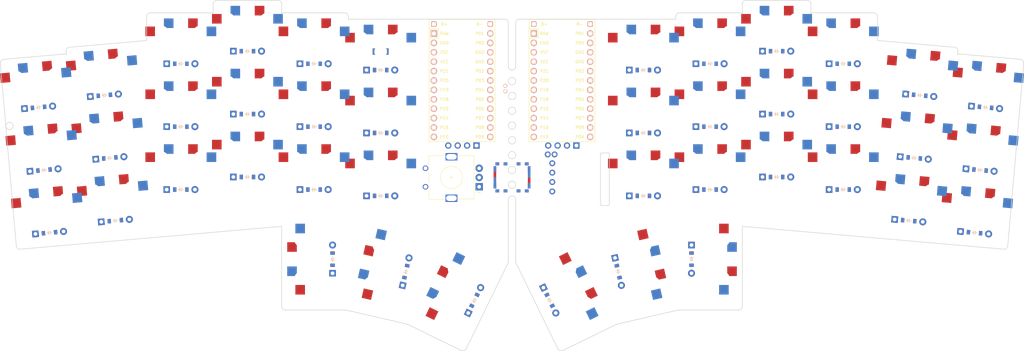
<source format=kicad_pcb>
(kicad_pcb (version 20171130) (host pcbnew 5.1.6)
  (title_block (title main) (rev v1.0.0) (company Unknown))
  (layers (0 F.Cu signal) (31 B.Cu signal) (34 B.Paste user) (35 F.Paste user) (36 B.SilkS user) (37 F.SilkS user) (38 B.Mask user) (39 F.Mask user) (44 Edge.Cuts user))
  (net 0 "")
  (net 1 "outer_bottom")
  (net 2 "P21")
  (net 3 "P6")
  (net 4 "outer_home")
  (net 5 "P5")
  (net 6 "outer_top")
  (net 7 "P4")
  (net 8 "pinky_bottom")
  (net 9 "P20")
  (net 10 "pinky_home")
  (net 11 "pinky_top")
  (net 12 "ring_bottom")
  (net 13 "P19")
  (net 14 "ring_home")
  (net 15 "ring_top")
  (net 16 "middle_bottom")
  (net 17 "P18")
  (net 18 "middle_home")
  (net 19 "middle_top")
  (net 20 "index_bottom")
  (net 21 "P17")
  (net 22 "index_home")
  (net 23 "index_top")
  (net 24 "inner_bottom")
  (net 25 "P16")
  (net 26 "inner_home")
  (net 27 "inner_top")
  (net 28 "outer_thumb")
  (net 29 "P7")
  (net 30 "home_thumb")
  (net 31 "inner_thumb")
  (net 32 "mirror_outer_bottom")
  (net 33 "mirror_outer_home")
  (net 34 "mirror_outer_top")
  (net 35 "mirror_pinky_bottom")
  (net 36 "mirror_pinky_home")
  (net 37 "mirror_pinky_top")
  (net 38 "mirror_ring_bottom")
  (net 39 "mirror_ring_home")
  (net 40 "mirror_ring_top")
  (net 41 "mirror_middle_bottom")
  (net 42 "mirror_middle_home")
  (net 43 "mirror_middle_top")
  (net 44 "mirror_index_bottom")
  (net 45 "mirror_index_home")
  (net 46 "mirror_index_top")
  (net 47 "mirror_inner_bottom")
  (net 48 "mirror_inner_home")
  (net 49 "mirror_inner_top")
  (net 50 "mirror_outer_thumb")
  (net 51 "mirror_home_thumb")
  (net 52 "mirror_inner_thumb")
  (net 53 "RAW")
  (net 54 "GND")
  (net 55 "RST")
  (net 56 "VCC")
  (net 57 "P15")
  (net 58 "P14")
  (net 59 "P10")
  (net 60 "P1")
  (net 61 "P0")
  (net 62 "P2")
  (net 63 "P3")
  (net 64 "P8")
  (net 65 "P9")
  (net 66 "Bplus")
  (net 67 "Bminus")
  (net 68 "pos")
  (net 69 "enc_diode")
  (module PG1350 (layer F.Cu) (at 17.9315046 -1.5688034 5)
    (fp_text reference "S1" hide)
    (fp_text value "" hide)
    (pad "" np_thru_hole circle (at 0 0) (size 3.429 3.429) (drill 3.429) (layers *.Cu *.Mask))
    (pad "" np_thru_hole circle (at 5.5 0) (size 1.7018 1.7018) (drill 1.7018) (layers *.Cu *.Mask))
    (pad "" np_thru_hole circle (at -5.5 0) (size 1.7018 1.7018) (drill 1.7018) (layers *.Cu *.Mask))
    (pad "" np_thru_hole circle (at 5 -3.75) (size 3 3) (drill 3) (layers *.Cu *.Mask))
    (pad "" np_thru_hole circle (at 0 -5.95) (size 3 3) (drill 3) (layers *.Cu *.Mask))
    (pad 1 smd rect (at -3.275 -5.95 5) (size 2.6 2.6) (layers B.Cu B.Paste B.Mask) (net 1 "outer_bottom"))
    (pad 2 smd rect (at 8.275 -3.75 5) (size 2.6 2.6) (layers B.Cu B.Paste B.Mask) (net 2 "P21"))
    (pad "" np_thru_hole circle (at -5 -3.75) (size 3 3) (drill 3) (layers *.Cu *.Mask))
    (pad "" np_thru_hole circle (at 0 -5.95) (size 3 3) (drill 3) (layers *.Cu *.Mask))
    (pad 1 smd rect (at 3.275 -5.95 5) (size 2.6 2.6) (layers F.Cu F.Paste F.Mask) (net 1 "outer_bottom"))
    (pad 2 smd rect (at -8.275 -3.75 5) (size 2.6 2.6) (layers F.Cu F.Paste F.Mask) (net 2 "P21"))
  )
  (module ComboDiode (layer F.Cu) (at 18.3672833 3.4121701 5)
    (fp_text reference "D1" hide)
    (fp_text value "" hide)
    (pad 1 smd rect (at -1.65 0 5) (size 0.9 1.2) (layers F.Cu F.Paste F.Mask) (net 3 "P6"))
    (pad 2 smd rect (at 1.65 0 5) (size 0.9 1.2) (layers B.Cu B.Paste B.Mask) (net 1 "outer_bottom"))
    (pad 1 smd rect (at -1.65 0 5) (size 0.9 1.2) (layers B.Cu B.Paste B.Mask) (net 3 "P6"))
    (pad 2 smd rect (at 1.65 0 5) (size 0.9 1.2) (layers F.Cu F.Paste F.Mask) (net 1 "outer_bottom"))
    (pad 1 thru_hole circle (at 3.81 0 5) (size 1.905 1.905) (drill 0.9906) (layers *.Cu *.Mask) (net 1 "outer_bottom"))
    (pad 2 thru_hole rect (at -3.81 0 5) (size 1.778 1.778) (drill 0.9906) (layers *.Cu *.Mask) (net 3 "P6"))
  )
  (module PG1350 (layer F.Cu) (at 16.4498569 -18.5041132 5)
    (fp_text reference "S2" hide)
    (fp_text value "" hide)
    (pad "" np_thru_hole circle (at 0 0) (size 3.429 3.429) (drill 3.429) (layers *.Cu *.Mask))
    (pad "" np_thru_hole circle (at 5.5 0) (size 1.7018 1.7018) (drill 1.7018) (layers *.Cu *.Mask))
    (pad "" np_thru_hole circle (at -5.5 0) (size 1.7018 1.7018) (drill 1.7018) (layers *.Cu *.Mask))
    (pad "" np_thru_hole circle (at 5 -3.75) (size 3 3) (drill 3) (layers *.Cu *.Mask))
    (pad "" np_thru_hole circle (at 0 -5.95) (size 3 3) (drill 3) (layers *.Cu *.Mask))
    (pad 1 smd rect (at -3.275 -5.95 5) (size 2.6 2.6) (layers B.Cu B.Paste B.Mask) (net 4 "outer_home"))
    (pad 2 smd rect (at 8.275 -3.75 5) (size 2.6 2.6) (layers B.Cu B.Paste B.Mask) (net 2 "P21"))
    (pad "" np_thru_hole circle (at -5 -3.75) (size 3 3) (drill 3) (layers *.Cu *.Mask))
    (pad "" np_thru_hole circle (at 0 -5.95) (size 3 3) (drill 3) (layers *.Cu *.Mask))
    (pad 1 smd rect (at 3.275 -5.95 5) (size 2.6 2.6) (layers F.Cu F.Paste F.Mask) (net 4 "outer_home"))
    (pad 2 smd rect (at -8.275 -3.75 5) (size 2.6 2.6) (layers F.Cu F.Paste F.Mask) (net 2 "P21"))
  )
  (module ComboDiode (layer F.Cu) (at 16.8856356 -13.523139699999998 5)
    (fp_text reference "D2" hide)
    (fp_text value "" hide)
    (pad 1 smd rect (at -1.65 0 5) (size 0.9 1.2) (layers F.Cu F.Paste F.Mask) (net 5 "P5"))
    (pad 2 smd rect (at 1.65 0 5) (size 0.9 1.2) (layers B.Cu B.Paste B.Mask) (net 4 "outer_home"))
    (pad 1 smd rect (at -1.65 0 5) (size 0.9 1.2) (layers B.Cu B.Paste B.Mask) (net 5 "P5"))
    (pad 2 smd rect (at 1.65 0 5) (size 0.9 1.2) (layers F.Cu F.Paste F.Mask) (net 4 "outer_home"))
    (pad 1 thru_hole circle (at 3.81 0 5) (size 1.905 1.905) (drill 0.9906) (layers *.Cu *.Mask) (net 4 "outer_home"))
    (pad 2 thru_hole rect (at -3.81 0 5) (size 1.778 1.778) (drill 0.9906) (layers *.Cu *.Mask) (net 5 "P5"))
  )
  (module PG1350 (layer F.Cu) (at 14.9682093 -35.4394231 5)
    (fp_text reference "S3" hide)
    (fp_text value "" hide)
    (pad "" np_thru_hole circle (at 0 0) (size 3.429 3.429) (drill 3.429) (layers *.Cu *.Mask))
    (pad "" np_thru_hole circle (at 5.5 0) (size 1.7018 1.7018) (drill 1.7018) (layers *.Cu *.Mask))
    (pad "" np_thru_hole circle (at -5.5 0) (size 1.7018 1.7018) (drill 1.7018) (layers *.Cu *.Mask))
    (pad "" np_thru_hole circle (at 5 -3.75) (size 3 3) (drill 3) (layers *.Cu *.Mask))
    (pad "" np_thru_hole circle (at 0 -5.95) (size 3 3) (drill 3) (layers *.Cu *.Mask))
    (pad 1 smd rect (at -3.275 -5.95 5) (size 2.6 2.6) (layers B.Cu B.Paste B.Mask) (net 6 "outer_top"))
    (pad 2 smd rect (at 8.275 -3.75 5) (size 2.6 2.6) (layers B.Cu B.Paste B.Mask) (net 2 "P21"))
    (pad "" np_thru_hole circle (at -5 -3.75) (size 3 3) (drill 3) (layers *.Cu *.Mask))
    (pad "" np_thru_hole circle (at 0 -5.95) (size 3 3) (drill 3) (layers *.Cu *.Mask))
    (pad 1 smd rect (at 3.275 -5.95 5) (size 2.6 2.6) (layers F.Cu F.Paste F.Mask) (net 6 "outer_top"))
    (pad 2 smd rect (at -8.275 -3.75 5) (size 2.6 2.6) (layers F.Cu F.Paste F.Mask) (net 2 "P21"))
  )
  (module ComboDiode (layer F.Cu) (at 15.403988 -30.458449599999998 5)
    (fp_text reference "D3" hide)
    (fp_text value "" hide)
    (pad 1 smd rect (at -1.65 0 5) (size 0.9 1.2) (layers F.Cu F.Paste F.Mask) (net 7 "P4"))
    (pad 2 smd rect (at 1.65 0 5) (size 0.9 1.2) (layers B.Cu B.Paste B.Mask) (net 6 "outer_top"))
    (pad 1 smd rect (at -1.65 0 5) (size 0.9 1.2) (layers B.Cu B.Paste B.Mask) (net 7 "P4"))
    (pad 2 smd rect (at 1.65 0 5) (size 0.9 1.2) (layers F.Cu F.Paste F.Mask) (net 6 "outer_top"))
    (pad 1 thru_hole circle (at 3.81 0 5) (size 1.905 1.905) (drill 0.9906) (layers *.Cu *.Mask) (net 6 "outer_top"))
    (pad 2 thru_hole rect (at -3.81 0 5) (size 1.778 1.778) (drill 0.9906) (layers *.Cu *.Mask) (net 7 "P4"))
  )
  (module PG1350 (layer F.Cu) (at 35.7148444 -4.8311377 5)
    (fp_text reference "S4" hide)
    (fp_text value "" hide)
    (pad "" np_thru_hole circle (at 0 0) (size 3.429 3.429) (drill 3.429) (layers *.Cu *.Mask))
    (pad "" np_thru_hole circle (at 5.5 0) (size 1.7018 1.7018) (drill 1.7018) (layers *.Cu *.Mask))
    (pad "" np_thru_hole circle (at -5.5 0) (size 1.7018 1.7018) (drill 1.7018) (layers *.Cu *.Mask))
    (pad "" np_thru_hole circle (at 5 -3.75) (size 3 3) (drill 3) (layers *.Cu *.Mask))
    (pad "" np_thru_hole circle (at 0 -5.95) (size 3 3) (drill 3) (layers *.Cu *.Mask))
    (pad 1 smd rect (at -3.275 -5.95 5) (size 2.6 2.6) (layers B.Cu B.Paste B.Mask) (net 8 "pinky_bottom"))
    (pad 2 smd rect (at 8.275 -3.75 5) (size 2.6 2.6) (layers B.Cu B.Paste B.Mask) (net 9 "P20"))
    (pad "" np_thru_hole circle (at -5 -3.75) (size 3 3) (drill 3) (layers *.Cu *.Mask))
    (pad "" np_thru_hole circle (at 0 -5.95) (size 3 3) (drill 3) (layers *.Cu *.Mask))
    (pad 1 smd rect (at 3.275 -5.95 5) (size 2.6 2.6) (layers F.Cu F.Paste F.Mask) (net 8 "pinky_bottom"))
    (pad 2 smd rect (at -8.275 -3.75 5) (size 2.6 2.6) (layers F.Cu F.Paste F.Mask) (net 9 "P20"))
  )
  (module ComboDiode (layer F.Cu) (at 36.1506231 0.14983579999999996 5)
    (fp_text reference "D4" hide)
    (fp_text value "" hide)
    (pad 1 smd rect (at -1.65 0 5) (size 0.9 1.2) (layers F.Cu F.Paste F.Mask) (net 3 "P6"))
    (pad 2 smd rect (at 1.65 0 5) (size 0.9 1.2) (layers B.Cu B.Paste B.Mask) (net 8 "pinky_bottom"))
    (pad 1 smd rect (at -1.65 0 5) (size 0.9 1.2) (layers B.Cu B.Paste B.Mask) (net 3 "P6"))
    (pad 2 smd rect (at 1.65 0 5) (size 0.9 1.2) (layers F.Cu F.Paste F.Mask) (net 8 "pinky_bottom"))
    (pad 1 thru_hole circle (at 3.81 0 5) (size 1.905 1.905) (drill 0.9906) (layers *.Cu *.Mask) (net 8 "pinky_bottom"))
    (pad 2 thru_hole rect (at -3.81 0 5) (size 1.778 1.778) (drill 0.9906) (layers *.Cu *.Mask) (net 3 "P6"))
  )
  (module PG1350 (layer F.Cu) (at 34.2331967 -21.7664476 5)
    (fp_text reference "S5" hide)
    (fp_text value "" hide)
    (pad "" np_thru_hole circle (at 0 0) (size 3.429 3.429) (drill 3.429) (layers *.Cu *.Mask))
    (pad "" np_thru_hole circle (at 5.5 0) (size 1.7018 1.7018) (drill 1.7018) (layers *.Cu *.Mask))
    (pad "" np_thru_hole circle (at -5.5 0) (size 1.7018 1.7018) (drill 1.7018) (layers *.Cu *.Mask))
    (pad "" np_thru_hole circle (at 5 -3.75) (size 3 3) (drill 3) (layers *.Cu *.Mask))
    (pad "" np_thru_hole circle (at 0 -5.95) (size 3 3) (drill 3) (layers *.Cu *.Mask))
    (pad 1 smd rect (at -3.275 -5.95 5) (size 2.6 2.6) (layers B.Cu B.Paste B.Mask) (net 10 "pinky_home"))
    (pad 2 smd rect (at 8.275 -3.75 5) (size 2.6 2.6) (layers B.Cu B.Paste B.Mask) (net 9 "P20"))
    (pad "" np_thru_hole circle (at -5 -3.75) (size 3 3) (drill 3) (layers *.Cu *.Mask))
    (pad "" np_thru_hole circle (at 0 -5.95) (size 3 3) (drill 3) (layers *.Cu *.Mask))
    (pad 1 smd rect (at 3.275 -5.95 5) (size 2.6 2.6) (layers F.Cu F.Paste F.Mask) (net 10 "pinky_home"))
    (pad 2 smd rect (at -8.275 -3.75 5) (size 2.6 2.6) (layers F.Cu F.Paste F.Mask) (net 9 "P20"))
  )
  (module ComboDiode (layer F.Cu) (at 34.6689754 -16.7854741 5)
    (fp_text reference "D5" hide)
    (fp_text value "" hide)
    (pad 1 smd rect (at -1.65 0 5) (size 0.9 1.2) (layers F.Cu F.Paste F.Mask) (net 5 "P5"))
    (pad 2 smd rect (at 1.65 0 5) (size 0.9 1.2) (layers B.Cu B.Paste B.Mask) (net 10 "pinky_home"))
    (pad 1 smd rect (at -1.65 0 5) (size 0.9 1.2) (layers B.Cu B.Paste B.Mask) (net 5 "P5"))
    (pad 2 smd rect (at 1.65 0 5) (size 0.9 1.2) (layers F.Cu F.Paste F.Mask) (net 10 "pinky_home"))
    (pad 1 thru_hole circle (at 3.81 0 5) (size 1.905 1.905) (drill 0.9906) (layers *.Cu *.Mask) (net 10 "pinky_home"))
    (pad 2 thru_hole rect (at -3.81 0 5) (size 1.778 1.778) (drill 0.9906) (layers *.Cu *.Mask) (net 5 "P5"))
  )
  (module PG1350 (layer F.Cu) (at 32.7515491 -38.7017575 5)
    (fp_text reference "S6" hide)
    (fp_text value "" hide)
    (pad "" np_thru_hole circle (at 0 0) (size 3.429 3.429) (drill 3.429) (layers *.Cu *.Mask))
    (pad "" np_thru_hole circle (at 5.5 0) (size 1.7018 1.7018) (drill 1.7018) (layers *.Cu *.Mask))
    (pad "" np_thru_hole circle (at -5.5 0) (size 1.7018 1.7018) (drill 1.7018) (layers *.Cu *.Mask))
    (pad "" np_thru_hole circle (at 5 -3.75) (size 3 3) (drill 3) (layers *.Cu *.Mask))
    (pad "" np_thru_hole circle (at 0 -5.95) (size 3 3) (drill 3) (layers *.Cu *.Mask))
    (pad 1 smd rect (at -3.275 -5.95 5) (size 2.6 2.6) (layers B.Cu B.Paste B.Mask) (net 11 "pinky_top"))
    (pad 2 smd rect (at 8.275 -3.75 5) (size 2.6 2.6) (layers B.Cu B.Paste B.Mask) (net 9 "P20"))
    (pad "" np_thru_hole circle (at -5 -3.75) (size 3 3) (drill 3) (layers *.Cu *.Mask))
    (pad "" np_thru_hole circle (at 0 -5.95) (size 3 3) (drill 3) (layers *.Cu *.Mask))
    (pad 1 smd rect (at 3.275 -5.95 5) (size 2.6 2.6) (layers F.Cu F.Paste F.Mask) (net 11 "pinky_top"))
    (pad 2 smd rect (at -8.275 -3.75 5) (size 2.6 2.6) (layers F.Cu F.Paste F.Mask) (net 9 "P20"))
  )
  (module ComboDiode (layer F.Cu) (at 33.1873278 -33.720784 5)
    (fp_text reference "D6" hide)
    (fp_text value "" hide)
    (pad 1 smd rect (at -1.65 0 5) (size 0.9 1.2) (layers F.Cu F.Paste F.Mask) (net 7 "P4"))
    (pad 2 smd rect (at 1.65 0 5) (size 0.9 1.2) (layers B.Cu B.Paste B.Mask) (net 11 "pinky_top"))
    (pad 1 smd rect (at -1.65 0 5) (size 0.9 1.2) (layers B.Cu B.Paste B.Mask) (net 7 "P4"))
    (pad 2 smd rect (at 1.65 0 5) (size 0.9 1.2) (layers F.Cu F.Paste F.Mask) (net 11 "pinky_top"))
    (pad 1 thru_hole circle (at 3.81 0 5) (size 1.905 1.905) (drill 0.9906) (layers *.Cu *.Mask) (net 11 "pinky_top"))
    (pad 2 thru_hole rect (at -3.81 0 5) (size 1.778 1.778) (drill 0.9906) (layers *.Cu *.Mask) (net 7 "P4"))
  )
  (module PG1350 (layer F.Cu) (at 53.8506456 -13.2437896 0)
    (fp_text reference "S7" hide)
    (fp_text value "" hide)
    (pad "" np_thru_hole circle (at 0 0) (size 3.429 3.429) (drill 3.429) (layers *.Cu *.Mask))
    (pad "" np_thru_hole circle (at 5.5 0) (size 1.7018 1.7018) (drill 1.7018) (layers *.Cu *.Mask))
    (pad "" np_thru_hole circle (at -5.5 0) (size 1.7018 1.7018) (drill 1.7018) (layers *.Cu *.Mask))
    (pad "" np_thru_hole circle (at 5 -3.75) (size 3 3) (drill 3) (layers *.Cu *.Mask))
    (pad "" np_thru_hole circle (at 0 -5.95) (size 3 3) (drill 3) (layers *.Cu *.Mask))
    (pad 1 smd rect (at -3.275 -5.95 0) (size 2.6 2.6) (layers B.Cu B.Paste B.Mask) (net 12 "ring_bottom"))
    (pad 2 smd rect (at 8.275 -3.75 0) (size 2.6 2.6) (layers B.Cu B.Paste B.Mask) (net 13 "P19"))
    (pad "" np_thru_hole circle (at -5 -3.75) (size 3 3) (drill 3) (layers *.Cu *.Mask))
    (pad "" np_thru_hole circle (at 0 -5.95) (size 3 3) (drill 3) (layers *.Cu *.Mask))
    (pad 1 smd rect (at 3.275 -5.95 0) (size 2.6 2.6) (layers F.Cu F.Paste F.Mask) (net 12 "ring_bottom"))
    (pad 2 smd rect (at -8.275 -3.75 0) (size 2.6 2.6) (layers F.Cu F.Paste F.Mask) (net 13 "P19"))
  )
  (module ComboDiode (layer F.Cu) (at 53.8506456 -8.2437896 0)
    (fp_text reference "D7" hide)
    (fp_text value "" hide)
    (pad 1 smd rect (at -1.65 0 0) (size 0.9 1.2) (layers F.Cu F.Paste F.Mask) (net 3 "P6"))
    (pad 2 smd rect (at 1.65 0 0) (size 0.9 1.2) (layers B.Cu B.Paste B.Mask) (net 12 "ring_bottom"))
    (pad 1 smd rect (at -1.65 0 0) (size 0.9 1.2) (layers B.Cu B.Paste B.Mask) (net 3 "P6"))
    (pad 2 smd rect (at 1.65 0 0) (size 0.9 1.2) (layers F.Cu F.Paste F.Mask) (net 12 "ring_bottom"))
    (pad 1 thru_hole circle (at 3.81 0 0) (size 1.905 1.905) (drill 0.9906) (layers *.Cu *.Mask) (net 12 "ring_bottom"))
    (pad 2 thru_hole rect (at -3.81 0 0) (size 1.778 1.778) (drill 0.9906) (layers *.Cu *.Mask) (net 3 "P6"))
  )
  (module PG1350 (layer F.Cu) (at 53.8506456 -30.2437897 0)
    (fp_text reference "S8" hide)
    (fp_text value "" hide)
    (pad "" np_thru_hole circle (at 0 0) (size 3.429 3.429) (drill 3.429) (layers *.Cu *.Mask))
    (pad "" np_thru_hole circle (at 5.5 0) (size 1.7018 1.7018) (drill 1.7018) (layers *.Cu *.Mask))
    (pad "" np_thru_hole circle (at -5.5 0) (size 1.7018 1.7018) (drill 1.7018) (layers *.Cu *.Mask))
    (pad "" np_thru_hole circle (at 5 -3.75) (size 3 3) (drill 3) (layers *.Cu *.Mask))
    (pad "" np_thru_hole circle (at 0 -5.95) (size 3 3) (drill 3) (layers *.Cu *.Mask))
    (pad 1 smd rect (at -3.275 -5.95 0) (size 2.6 2.6) (layers B.Cu B.Paste B.Mask) (net 14 "ring_home"))
    (pad 2 smd rect (at 8.275 -3.75 0) (size 2.6 2.6) (layers B.Cu B.Paste B.Mask) (net 13 "P19"))
    (pad "" np_thru_hole circle (at -5 -3.75) (size 3 3) (drill 3) (layers *.Cu *.Mask))
    (pad "" np_thru_hole circle (at 0 -5.95) (size 3 3) (drill 3) (layers *.Cu *.Mask))
    (pad 1 smd rect (at 3.275 -5.95 0) (size 2.6 2.6) (layers F.Cu F.Paste F.Mask) (net 14 "ring_home"))
    (pad 2 smd rect (at -8.275 -3.75 0) (size 2.6 2.6) (layers F.Cu F.Paste F.Mask) (net 13 "P19"))
  )
  (module ComboDiode (layer F.Cu) (at 53.8506456 -25.2437897 0)
    (fp_text reference "D8" hide)
    (fp_text value "" hide)
    (pad 1 smd rect (at -1.65 0 0) (size 0.9 1.2) (layers F.Cu F.Paste F.Mask) (net 5 "P5"))
    (pad 2 smd rect (at 1.65 0 0) (size 0.9 1.2) (layers B.Cu B.Paste B.Mask) (net 14 "ring_home"))
    (pad 1 smd rect (at -1.65 0 0) (size 0.9 1.2) (layers B.Cu B.Paste B.Mask) (net 5 "P5"))
    (pad 2 smd rect (at 1.65 0 0) (size 0.9 1.2) (layers F.Cu F.Paste F.Mask) (net 14 "ring_home"))
    (pad 1 thru_hole circle (at 3.81 0 0) (size 1.905 1.905) (drill 0.9906) (layers *.Cu *.Mask) (net 14 "ring_home"))
    (pad 2 thru_hole rect (at -3.81 0 0) (size 1.778 1.778) (drill 0.9906) (layers *.Cu *.Mask) (net 5 "P5"))
  )
  (module PG1350 (layer F.Cu) (at 53.8506457 -47.2437896 0)
    (fp_text reference "S9" hide)
    (fp_text value "" hide)
    (pad "" np_thru_hole circle (at 0 0) (size 3.429 3.429) (drill 3.429) (layers *.Cu *.Mask))
    (pad "" np_thru_hole circle (at 5.5 0) (size 1.7018 1.7018) (drill 1.7018) (layers *.Cu *.Mask))
    (pad "" np_thru_hole circle (at -5.5 0) (size 1.7018 1.7018) (drill 1.7018) (layers *.Cu *.Mask))
    (pad "" np_thru_hole circle (at 5 -3.75) (size 3 3) (drill 3) (layers *.Cu *.Mask))
    (pad "" np_thru_hole circle (at 0 -5.95) (size 3 3) (drill 3) (layers *.Cu *.Mask))
    (pad 1 smd rect (at -3.275 -5.95 0) (size 2.6 2.6) (layers B.Cu B.Paste B.Mask) (net 15 "ring_top"))
    (pad 2 smd rect (at 8.275 -3.75 0) (size 2.6 2.6) (layers B.Cu B.Paste B.Mask) (net 13 "P19"))
    (pad "" np_thru_hole circle (at -5 -3.75) (size 3 3) (drill 3) (layers *.Cu *.Mask))
    (pad "" np_thru_hole circle (at 0 -5.95) (size 3 3) (drill 3) (layers *.Cu *.Mask))
    (pad 1 smd rect (at 3.275 -5.95 0) (size 2.6 2.6) (layers F.Cu F.Paste F.Mask) (net 15 "ring_top"))
    (pad 2 smd rect (at -8.275 -3.75 0) (size 2.6 2.6) (layers F.Cu F.Paste F.Mask) (net 13 "P19"))
  )
  (module ComboDiode (layer F.Cu) (at 53.8506457 -42.2437896 0)
    (fp_text reference "D9" hide)
    (fp_text value "" hide)
    (pad 1 smd rect (at -1.65 0 0) (size 0.9 1.2) (layers F.Cu F.Paste F.Mask) (net 7 "P4"))
    (pad 2 smd rect (at 1.65 0 0) (size 0.9 1.2) (layers B.Cu B.Paste B.Mask) (net 15 "ring_top"))
    (pad 1 smd rect (at -1.65 0 0) (size 0.9 1.2) (layers B.Cu B.Paste B.Mask) (net 7 "P4"))
    (pad 2 smd rect (at 1.65 0 0) (size 0.9 1.2) (layers F.Cu F.Paste F.Mask) (net 15 "ring_top"))
    (pad 1 thru_hole circle (at 3.81 0 0) (size 1.905 1.905) (drill 0.9906) (layers *.Cu *.Mask) (net 15 "ring_top"))
    (pad 2 thru_hole rect (at -3.81 0 0) (size 1.778 1.778) (drill 0.9906) (layers *.Cu *.Mask) (net 7 "P4"))
  )
  (module PG1350 (layer F.Cu) (at 71.8506457 -16.6437896 0)
    (fp_text reference "S10" hide)
    (fp_text value "" hide)
    (pad "" np_thru_hole circle (at 0 0) (size 3.429 3.429) (drill 3.429) (layers *.Cu *.Mask))
    (pad "" np_thru_hole circle (at 5.5 0) (size 1.7018 1.7018) (drill 1.7018) (layers *.Cu *.Mask))
    (pad "" np_thru_hole circle (at -5.5 0) (size 1.7018 1.7018) (drill 1.7018) (layers *.Cu *.Mask))
    (pad "" np_thru_hole circle (at 5 -3.75) (size 3 3) (drill 3) (layers *.Cu *.Mask))
    (pad "" np_thru_hole circle (at 0 -5.95) (size 3 3) (drill 3) (layers *.Cu *.Mask))
    (pad 1 smd rect (at -3.275 -5.95 0) (size 2.6 2.6) (layers B.Cu B.Paste B.Mask) (net 16 "middle_bottom"))
    (pad 2 smd rect (at 8.275 -3.75 0) (size 2.6 2.6) (layers B.Cu B.Paste B.Mask) (net 17 "P18"))
    (pad "" np_thru_hole circle (at -5 -3.75) (size 3 3) (drill 3) (layers *.Cu *.Mask))
    (pad "" np_thru_hole circle (at 0 -5.95) (size 3 3) (drill 3) (layers *.Cu *.Mask))
    (pad 1 smd rect (at 3.275 -5.95 0) (size 2.6 2.6) (layers F.Cu F.Paste F.Mask) (net 16 "middle_bottom"))
    (pad 2 smd rect (at -8.275 -3.75 0) (size 2.6 2.6) (layers F.Cu F.Paste F.Mask) (net 17 "P18"))
  )
  (module ComboDiode (layer F.Cu) (at 71.8506457 -11.643789600000002 0)
    (fp_text reference "D10" hide)
    (fp_text value "" hide)
    (pad 1 smd rect (at -1.65 0 0) (size 0.9 1.2) (layers F.Cu F.Paste F.Mask) (net 3 "P6"))
    (pad 2 smd rect (at 1.65 0 0) (size 0.9 1.2) (layers B.Cu B.Paste B.Mask) (net 16 "middle_bottom"))
    (pad 1 smd rect (at -1.65 0 0) (size 0.9 1.2) (layers B.Cu B.Paste B.Mask) (net 3 "P6"))
    (pad 2 smd rect (at 1.65 0 0) (size 0.9 1.2) (layers F.Cu F.Paste F.Mask) (net 16 "middle_bottom"))
    (pad 1 thru_hole circle (at 3.81 0 0) (size 1.905 1.905) (drill 0.9906) (layers *.Cu *.Mask) (net 16 "middle_bottom"))
    (pad 2 thru_hole rect (at -3.81 0 0) (size 1.778 1.778) (drill 0.9906) (layers *.Cu *.Mask) (net 3 "P6"))
  )
  (module PG1350 (layer F.Cu) (at 71.8506456 -33.6437897 0)
    (fp_text reference "S11" hide)
    (fp_text value "" hide)
    (pad "" np_thru_hole circle (at 0 0) (size 3.429 3.429) (drill 3.429) (layers *.Cu *.Mask))
    (pad "" np_thru_hole circle (at 5.5 0) (size 1.7018 1.7018) (drill 1.7018) (layers *.Cu *.Mask))
    (pad "" np_thru_hole circle (at -5.5 0) (size 1.7018 1.7018) (drill 1.7018) (layers *.Cu *.Mask))
    (pad "" np_thru_hole circle (at 5 -3.75) (size 3 3) (drill 3) (layers *.Cu *.Mask))
    (pad "" np_thru_hole circle (at 0 -5.95) (size 3 3) (drill 3) (layers *.Cu *.Mask))
    (pad 1 smd rect (at -3.275 -5.95 0) (size 2.6 2.6) (layers B.Cu B.Paste B.Mask) (net 18 "middle_home"))
    (pad 2 smd rect (at 8.275 -3.75 0) (size 2.6 2.6) (layers B.Cu B.Paste B.Mask) (net 17 "P18"))
    (pad "" np_thru_hole circle (at -5 -3.75) (size 3 3) (drill 3) (layers *.Cu *.Mask))
    (pad "" np_thru_hole circle (at 0 -5.95) (size 3 3) (drill 3) (layers *.Cu *.Mask))
    (pad 1 smd rect (at 3.275 -5.95 0) (size 2.6 2.6) (layers F.Cu F.Paste F.Mask) (net 18 "middle_home"))
    (pad 2 smd rect (at -8.275 -3.75 0) (size 2.6 2.6) (layers F.Cu F.Paste F.Mask) (net 17 "P18"))
  )
  (module ComboDiode (layer F.Cu) (at 71.8506456 -28.6437897 0)
    (fp_text reference "D11" hide)
    (fp_text value "" hide)
    (pad 1 smd rect (at -1.65 0 0) (size 0.9 1.2) (layers F.Cu F.Paste F.Mask) (net 5 "P5"))
    (pad 2 smd rect (at 1.65 0 0) (size 0.9 1.2) (layers B.Cu B.Paste B.Mask) (net 18 "middle_home"))
    (pad 1 smd rect (at -1.65 0 0) (size 0.9 1.2) (layers B.Cu B.Paste B.Mask) (net 5 "P5"))
    (pad 2 smd rect (at 1.65 0 0) (size 0.9 1.2) (layers F.Cu F.Paste F.Mask) (net 18 "middle_home"))
    (pad 1 thru_hole circle (at 3.81 0 0) (size 1.905 1.905) (drill 0.9906) (layers *.Cu *.Mask) (net 18 "middle_home"))
    (pad 2 thru_hole rect (at -3.81 0 0) (size 1.778 1.778) (drill 0.9906) (layers *.Cu *.Mask) (net 5 "P5"))
  )
  (module PG1350 (layer F.Cu) (at 71.8506456 -50.6437896 0)
    (fp_text reference "S12" hide)
    (fp_text value "" hide)
    (pad "" np_thru_hole circle (at 0 0) (size 3.429 3.429) (drill 3.429) (layers *.Cu *.Mask))
    (pad "" np_thru_hole circle (at 5.5 0) (size 1.7018 1.7018) (drill 1.7018) (layers *.Cu *.Mask))
    (pad "" np_thru_hole circle (at -5.5 0) (size 1.7018 1.7018) (drill 1.7018) (layers *.Cu *.Mask))
    (pad "" np_thru_hole circle (at 5 -3.75) (size 3 3) (drill 3) (layers *.Cu *.Mask))
    (pad "" np_thru_hole circle (at 0 -5.95) (size 3 3) (drill 3) (layers *.Cu *.Mask))
    (pad 1 smd rect (at -3.275 -5.95 0) (size 2.6 2.6) (layers B.Cu B.Paste B.Mask) (net 19 "middle_top"))
    (pad 2 smd rect (at 8.275 -3.75 0) (size 2.6 2.6) (layers B.Cu B.Paste B.Mask) (net 17 "P18"))
    (pad "" np_thru_hole circle (at -5 -3.75) (size 3 3) (drill 3) (layers *.Cu *.Mask))
    (pad "" np_thru_hole circle (at 0 -5.95) (size 3 3) (drill 3) (layers *.Cu *.Mask))
    (pad 1 smd rect (at 3.275 -5.95 0) (size 2.6 2.6) (layers F.Cu F.Paste F.Mask) (net 19 "middle_top"))
    (pad 2 smd rect (at -8.275 -3.75 0) (size 2.6 2.6) (layers F.Cu F.Paste F.Mask) (net 17 "P18"))
  )
  (module ComboDiode (layer F.Cu) (at 71.8506456 -45.6437896 0)
    (fp_text reference "D12" hide)
    (fp_text value "" hide)
    (pad 1 smd rect (at -1.65 0 0) (size 0.9 1.2) (layers F.Cu F.Paste F.Mask) (net 7 "P4"))
    (pad 2 smd rect (at 1.65 0 0) (size 0.9 1.2) (layers B.Cu B.Paste B.Mask) (net 19 "middle_top"))
    (pad 1 smd rect (at -1.65 0 0) (size 0.9 1.2) (layers B.Cu B.Paste B.Mask) (net 7 "P4"))
    (pad 2 smd rect (at 1.65 0 0) (size 0.9 1.2) (layers F.Cu F.Paste F.Mask) (net 19 "middle_top"))
    (pad 1 thru_hole circle (at 3.81 0 0) (size 1.905 1.905) (drill 0.9906) (layers *.Cu *.Mask) (net 19 "middle_top"))
    (pad 2 thru_hole rect (at -3.81 0 0) (size 1.778 1.778) (drill 0.9906) (layers *.Cu *.Mask) (net 7 "P4"))
  )
  (module PG1350 (layer F.Cu) (at 89.8506456 -13.2437897 0)
    (fp_text reference "S13" hide)
    (fp_text value "" hide)
    (pad "" np_thru_hole circle (at 0 0) (size 3.429 3.429) (drill 3.429) (layers *.Cu *.Mask))
    (pad "" np_thru_hole circle (at 5.5 0) (size 1.7018 1.7018) (drill 1.7018) (layers *.Cu *.Mask))
    (pad "" np_thru_hole circle (at -5.5 0) (size 1.7018 1.7018) (drill 1.7018) (layers *.Cu *.Mask))
    (pad "" np_thru_hole circle (at 5 -3.75) (size 3 3) (drill 3) (layers *.Cu *.Mask))
    (pad "" np_thru_hole circle (at 0 -5.95) (size 3 3) (drill 3) (layers *.Cu *.Mask))
    (pad 1 smd rect (at -3.275 -5.95 0) (size 2.6 2.6) (layers B.Cu B.Paste B.Mask) (net 20 "index_bottom"))
    (pad 2 smd rect (at 8.275 -3.75 0) (size 2.6 2.6) (layers B.Cu B.Paste B.Mask) (net 21 "P17"))
    (pad "" np_thru_hole circle (at -5 -3.75) (size 3 3) (drill 3) (layers *.Cu *.Mask))
    (pad "" np_thru_hole circle (at 0 -5.95) (size 3 3) (drill 3) (layers *.Cu *.Mask))
    (pad 1 smd rect (at 3.275 -5.95 0) (size 2.6 2.6) (layers F.Cu F.Paste F.Mask) (net 20 "index_bottom"))
    (pad 2 smd rect (at -8.275 -3.75 0) (size 2.6 2.6) (layers F.Cu F.Paste F.Mask) (net 21 "P17"))
  )
  (module ComboDiode (layer F.Cu) (at 89.8506456 -8.2437897 0)
    (fp_text reference "D13" hide)
    (fp_text value "" hide)
    (pad 1 smd rect (at -1.65 0 0) (size 0.9 1.2) (layers F.Cu F.Paste F.Mask) (net 3 "P6"))
    (pad 2 smd rect (at 1.65 0 0) (size 0.9 1.2) (layers B.Cu B.Paste B.Mask) (net 20 "index_bottom"))
    (pad 1 smd rect (at -1.65 0 0) (size 0.9 1.2) (layers B.Cu B.Paste B.Mask) (net 3 "P6"))
    (pad 2 smd rect (at 1.65 0 0) (size 0.9 1.2) (layers F.Cu F.Paste F.Mask) (net 20 "index_bottom"))
    (pad 1 thru_hole circle (at 3.81 0 0) (size 1.905 1.905) (drill 0.9906) (layers *.Cu *.Mask) (net 20 "index_bottom"))
    (pad 2 thru_hole rect (at -3.81 0 0) (size 1.778 1.778) (drill 0.9906) (layers *.Cu *.Mask) (net 3 "P6"))
  )
  (module PG1350 (layer F.Cu) (at 89.8506457 -30.2437896 0)
    (fp_text reference "S14" hide)
    (fp_text value "" hide)
    (pad "" np_thru_hole circle (at 0 0) (size 3.429 3.429) (drill 3.429) (layers *.Cu *.Mask))
    (pad "" np_thru_hole circle (at 5.5 0) (size 1.7018 1.7018) (drill 1.7018) (layers *.Cu *.Mask))
    (pad "" np_thru_hole circle (at -5.5 0) (size 1.7018 1.7018) (drill 1.7018) (layers *.Cu *.Mask))
    (pad "" np_thru_hole circle (at 5 -3.75) (size 3 3) (drill 3) (layers *.Cu *.Mask))
    (pad "" np_thru_hole circle (at 0 -5.95) (size 3 3) (drill 3) (layers *.Cu *.Mask))
    (pad 1 smd rect (at -3.275 -5.95 0) (size 2.6 2.6) (layers B.Cu B.Paste B.Mask) (net 22 "index_home"))
    (pad 2 smd rect (at 8.275 -3.75 0) (size 2.6 2.6) (layers B.Cu B.Paste B.Mask) (net 21 "P17"))
    (pad "" np_thru_hole circle (at -5 -3.75) (size 3 3) (drill 3) (layers *.Cu *.Mask))
    (pad "" np_thru_hole circle (at 0 -5.95) (size 3 3) (drill 3) (layers *.Cu *.Mask))
    (pad 1 smd rect (at 3.275 -5.95 0) (size 2.6 2.6) (layers F.Cu F.Paste F.Mask) (net 22 "index_home"))
    (pad 2 smd rect (at -8.275 -3.75 0) (size 2.6 2.6) (layers F.Cu F.Paste F.Mask) (net 21 "P17"))
  )
  (module ComboDiode (layer F.Cu) (at 89.8506457 -25.2437896 0)
    (fp_text reference "D14" hide)
    (fp_text value "" hide)
    (pad 1 smd rect (at -1.65 0 0) (size 0.9 1.2) (layers F.Cu F.Paste F.Mask) (net 5 "P5"))
    (pad 2 smd rect (at 1.65 0 0) (size 0.9 1.2) (layers B.Cu B.Paste B.Mask) (net 22 "index_home"))
    (pad 1 smd rect (at -1.65 0 0) (size 0.9 1.2) (layers B.Cu B.Paste B.Mask) (net 5 "P5"))
    (pad 2 smd rect (at 1.65 0 0) (size 0.9 1.2) (layers F.Cu F.Paste F.Mask) (net 22 "index_home"))
    (pad 1 thru_hole circle (at 3.81 0 0) (size 1.905 1.905) (drill 0.9906) (layers *.Cu *.Mask) (net 22 "index_home"))
    (pad 2 thru_hole rect (at -3.81 0 0) (size 1.778 1.778) (drill 0.9906) (layers *.Cu *.Mask) (net 5 "P5"))
  )
  (module PG1350 (layer F.Cu) (at 89.8506457 -47.2437896 0)
    (fp_text reference "S15" hide)
    (fp_text value "" hide)
    (pad "" np_thru_hole circle (at 0 0) (size 3.429 3.429) (drill 3.429) (layers *.Cu *.Mask))
    (pad "" np_thru_hole circle (at 5.5 0) (size 1.7018 1.7018) (drill 1.7018) (layers *.Cu *.Mask))
    (pad "" np_thru_hole circle (at -5.5 0) (size 1.7018 1.7018) (drill 1.7018) (layers *.Cu *.Mask))
    (pad "" np_thru_hole circle (at 5 -3.75) (size 3 3) (drill 3) (layers *.Cu *.Mask))
    (pad "" np_thru_hole circle (at 0 -5.95) (size 3 3) (drill 3) (layers *.Cu *.Mask))
    (pad 1 smd rect (at -3.275 -5.95 0) (size 2.6 2.6) (layers B.Cu B.Paste B.Mask) (net 23 "index_top"))
    (pad 2 smd rect (at 8.275 -3.75 0) (size 2.6 2.6) (layers B.Cu B.Paste B.Mask) (net 21 "P17"))
    (pad "" np_thru_hole circle (at -5 -3.75) (size 3 3) (drill 3) (layers *.Cu *.Mask))
    (pad "" np_thru_hole circle (at 0 -5.95) (size 3 3) (drill 3) (layers *.Cu *.Mask))
    (pad 1 smd rect (at 3.275 -5.95 0) (size 2.6 2.6) (layers F.Cu F.Paste F.Mask) (net 23 "index_top"))
    (pad 2 smd rect (at -8.275 -3.75 0) (size 2.6 2.6) (layers F.Cu F.Paste F.Mask) (net 21 "P17"))
  )
  (module ComboDiode (layer F.Cu) (at 89.8506457 -42.2437896 0)
    (fp_text reference "D15" hide)
    (fp_text value "" hide)
    (pad 1 smd rect (at -1.65 0 0) (size 0.9 1.2) (layers F.Cu F.Paste F.Mask) (net 7 "P4"))
    (pad 2 smd rect (at 1.65 0 0) (size 0.9 1.2) (layers B.Cu B.Paste B.Mask) (net 23 "index_top"))
    (pad 1 smd rect (at -1.65 0 0) (size 0.9 1.2) (layers B.Cu B.Paste B.Mask) (net 7 "P4"))
    (pad 2 smd rect (at 1.65 0 0) (size 0.9 1.2) (layers F.Cu F.Paste F.Mask) (net 23 "index_top"))
    (pad 1 thru_hole circle (at 3.81 0 0) (size 1.905 1.905) (drill 0.9906) (layers *.Cu *.Mask) (net 23 "index_top"))
    (pad 2 thru_hole rect (at -3.81 0 0) (size 1.778 1.778) (drill 0.9906) (layers *.Cu *.Mask) (net 7 "P4"))
  )
  (module PG1350 (layer F.Cu) (at 107.8506456 -11.5437896 0)
    (fp_text reference "S16" hide)
    (fp_text value "" hide)
    (pad "" np_thru_hole circle (at 0 0) (size 3.429 3.429) (drill 3.429) (layers *.Cu *.Mask))
    (pad "" np_thru_hole circle (at 5.5 0) (size 1.7018 1.7018) (drill 1.7018) (layers *.Cu *.Mask))
    (pad "" np_thru_hole circle (at -5.5 0) (size 1.7018 1.7018) (drill 1.7018) (layers *.Cu *.Mask))
    (pad "" np_thru_hole circle (at 5 -3.75) (size 3 3) (drill 3) (layers *.Cu *.Mask))
    (pad "" np_thru_hole circle (at 0 -5.95) (size 3 3) (drill 3) (layers *.Cu *.Mask))
    (pad 1 smd rect (at -3.275 -5.95 0) (size 2.6 2.6) (layers B.Cu B.Paste B.Mask) (net 24 "inner_bottom"))
    (pad 2 smd rect (at 8.275 -3.75 0) (size 2.6 2.6) (layers B.Cu B.Paste B.Mask) (net 25 "P16"))
    (pad "" np_thru_hole circle (at -5 -3.75) (size 3 3) (drill 3) (layers *.Cu *.Mask))
    (pad "" np_thru_hole circle (at 0 -5.95) (size 3 3) (drill 3) (layers *.Cu *.Mask))
    (pad 1 smd rect (at 3.275 -5.95 0) (size 2.6 2.6) (layers F.Cu F.Paste F.Mask) (net 24 "inner_bottom"))
    (pad 2 smd rect (at -8.275 -3.75 0) (size 2.6 2.6) (layers F.Cu F.Paste F.Mask) (net 25 "P16"))
  )
  (module ComboDiode (layer F.Cu) (at 107.8506456 -6.5437896 0)
    (fp_text reference "D16" hide)
    (fp_text value "" hide)
    (pad 1 smd rect (at -1.65 0 0) (size 0.9 1.2) (layers F.Cu F.Paste F.Mask) (net 3 "P6"))
    (pad 2 smd rect (at 1.65 0 0) (size 0.9 1.2) (layers B.Cu B.Paste B.Mask) (net 24 "inner_bottom"))
    (pad 1 smd rect (at -1.65 0 0) (size 0.9 1.2) (layers B.Cu B.Paste B.Mask) (net 3 "P6"))
    (pad 2 smd rect (at 1.65 0 0) (size 0.9 1.2) (layers F.Cu F.Paste F.Mask) (net 24 "inner_bottom"))
    (pad 1 thru_hole circle (at 3.81 0 0) (size 1.905 1.905) (drill 0.9906) (layers *.Cu *.Mask) (net 24 "inner_bottom"))
    (pad 2 thru_hole rect (at -3.81 0 0) (size 1.778 1.778) (drill 0.9906) (layers *.Cu *.Mask) (net 3 "P6"))
  )
  (module PG1350 (layer F.Cu) (at 107.8506457 -28.5437897 0)
    (fp_text reference "S17" hide)
    (fp_text value "" hide)
    (pad "" np_thru_hole circle (at 0 0) (size 3.429 3.429) (drill 3.429) (layers *.Cu *.Mask))
    (pad "" np_thru_hole circle (at 5.5 0) (size 1.7018 1.7018) (drill 1.7018) (layers *.Cu *.Mask))
    (pad "" np_thru_hole circle (at -5.5 0) (size 1.7018 1.7018) (drill 1.7018) (layers *.Cu *.Mask))
    (pad "" np_thru_hole circle (at 5 -3.75) (size 3 3) (drill 3) (layers *.Cu *.Mask))
    (pad "" np_thru_hole circle (at 0 -5.95) (size 3 3) (drill 3) (layers *.Cu *.Mask))
    (pad 1 smd rect (at -3.275 -5.95 0) (size 2.6 2.6) (layers B.Cu B.Paste B.Mask) (net 26 "inner_home"))
    (pad 2 smd rect (at 8.275 -3.75 0) (size 2.6 2.6) (layers B.Cu B.Paste B.Mask) (net 25 "P16"))
    (pad "" np_thru_hole circle (at -5 -3.75) (size 3 3) (drill 3) (layers *.Cu *.Mask))
    (pad "" np_thru_hole circle (at 0 -5.95) (size 3 3) (drill 3) (layers *.Cu *.Mask))
    (pad 1 smd rect (at 3.275 -5.95 0) (size 2.6 2.6) (layers F.Cu F.Paste F.Mask) (net 26 "inner_home"))
    (pad 2 smd rect (at -8.275 -3.75 0) (size 2.6 2.6) (layers F.Cu F.Paste F.Mask) (net 25 "P16"))
  )
  (module ComboDiode (layer F.Cu) (at 107.8506457 -23.5437897 0)
    (fp_text reference "D17" hide)
    (fp_text value "" hide)
    (pad 1 smd rect (at -1.65 0 0) (size 0.9 1.2) (layers F.Cu F.Paste F.Mask) (net 5 "P5"))
    (pad 2 smd rect (at 1.65 0 0) (size 0.9 1.2) (layers B.Cu B.Paste B.Mask) (net 26 "inner_home"))
    (pad 1 smd rect (at -1.65 0 0) (size 0.9 1.2) (layers B.Cu B.Paste B.Mask) (net 5 "P5"))
    (pad 2 smd rect (at 1.65 0 0) (size 0.9 1.2) (layers F.Cu F.Paste F.Mask) (net 26 "inner_home"))
    (pad 1 thru_hole circle (at 3.81 0 0) (size 1.905 1.905) (drill 0.9906) (layers *.Cu *.Mask) (net 26 "inner_home"))
    (pad 2 thru_hole rect (at -3.81 0 0) (size 1.778 1.778) (drill 0.9906) (layers *.Cu *.Mask) (net 5 "P5"))
  )
  (module PG1350 (layer F.Cu) (at 107.8506457 -45.5437896 0)
    (fp_text reference "S18" hide)
    (fp_text value "" hide)
    (pad "" np_thru_hole circle (at 0 0) (size 3.429 3.429) (drill 3.429) (layers *.Cu *.Mask))
    (pad "" np_thru_hole circle (at 5.5 0) (size 1.7018 1.7018) (drill 1.7018) (layers *.Cu *.Mask))
    (pad "" np_thru_hole circle (at -5.5 0) (size 1.7018 1.7018) (drill 1.7018) (layers *.Cu *.Mask))
    (pad "" np_thru_hole circle (at 5 -3.75) (size 3 3) (drill 3) (layers *.Cu *.Mask))
    (pad "" np_thru_hole circle (at 0 -5.95) (size 3 3) (drill 3) (layers *.Cu *.Mask))
    (pad 1 smd rect (at -3.275 -5.95 0) (size 2.6 2.6) (layers B.Cu B.Paste B.Mask) (net 27 "inner_top"))
    (pad 2 smd rect (at 8.275 -3.75 0) (size 2.6 2.6) (layers B.Cu B.Paste B.Mask) (net 25 "P16"))
    (pad "" np_thru_hole circle (at -5 -3.75) (size 3 3) (drill 3) (layers *.Cu *.Mask))
    (pad "" np_thru_hole circle (at 0 -5.95) (size 3 3) (drill 3) (layers *.Cu *.Mask))
    (pad 1 smd rect (at 3.275 -5.95 0) (size 2.6 2.6) (layers F.Cu F.Paste F.Mask) (net 27 "inner_top"))
    (pad 2 smd rect (at -8.275 -3.75 0) (size 2.6 2.6) (layers F.Cu F.Paste F.Mask) (net 25 "P16"))
  )
  (module ComboDiode (layer F.Cu) (at 107.8506457 -40.5437896 0)
    (fp_text reference "D18" hide)
    (fp_text value "" hide)
    (pad 1 smd rect (at -1.65 0 0) (size 0.9 1.2) (layers F.Cu F.Paste F.Mask) (net 7 "P4"))
    (pad 2 smd rect (at 1.65 0 0) (size 0.9 1.2) (layers B.Cu B.Paste B.Mask) (net 27 "inner_top"))
    (pad 1 smd rect (at -1.65 0 0) (size 0.9 1.2) (layers B.Cu B.Paste B.Mask) (net 7 "P4"))
    (pad 2 smd rect (at 1.65 0 0) (size 0.9 1.2) (layers F.Cu F.Paste F.Mask) (net 27 "inner_top"))
    (pad 1 thru_hole circle (at 3.81 0 0) (size 1.905 1.905) (drill 0.9906) (layers *.Cu *.Mask) (net 27 "inner_top"))
    (pad 2 thru_hole rect (at -3.81 0 0) (size 1.778 1.778) (drill 0.9906) (layers *.Cu *.Mask) (net 7 "P4"))
  )
  (module PG1350 (layer F.Cu) (at 89.8506456 10.5562103 90)
    (fp_text reference "S19" hide)
    (fp_text value "" hide)
    (pad "" np_thru_hole circle (at 0 0) (size 3.429 3.429) (drill 3.429) (layers *.Cu *.Mask))
    (pad "" np_thru_hole circle (at 5.5 0) (size 1.7018 1.7018) (drill 1.7018) (layers *.Cu *.Mask))
    (pad "" np_thru_hole circle (at -5.5 0) (size 1.7018 1.7018) (drill 1.7018) (layers *.Cu *.Mask))
    (pad "" np_thru_hole circle (at 5 -3.75) (size 3 3) (drill 3) (layers *.Cu *.Mask))
    (pad "" np_thru_hole circle (at 0 -5.95) (size 3 3) (drill 3) (layers *.Cu *.Mask))
    (pad 1 smd rect (at -3.275 -5.95 90) (size 2.6 2.6) (layers B.Cu B.Paste B.Mask) (net 28 "outer_thumb"))
    (pad 2 smd rect (at 8.275 -3.75 90) (size 2.6 2.6) (layers B.Cu B.Paste B.Mask) (net 17 "P18"))
    (pad "" np_thru_hole circle (at -5 -3.75) (size 3 3) (drill 3) (layers *.Cu *.Mask))
    (pad "" np_thru_hole circle (at 0 -5.95) (size 3 3) (drill 3) (layers *.Cu *.Mask))
    (pad 1 smd rect (at 3.275 -5.95 90) (size 2.6 2.6) (layers F.Cu F.Paste F.Mask) (net 28 "outer_thumb"))
    (pad 2 smd rect (at -8.275 -3.75 90) (size 2.6 2.6) (layers F.Cu F.Paste F.Mask) (net 17 "P18"))
  )
  (module ComboDiode (layer F.Cu) (at 94.8506456 10.5562103 90)
    (fp_text reference "D19" hide)
    (fp_text value "" hide)
    (pad 1 smd rect (at -1.65 0 90) (size 0.9 1.2) (layers F.Cu F.Paste F.Mask) (net 29 "P7"))
    (pad 2 smd rect (at 1.65 0 90) (size 0.9 1.2) (layers B.Cu B.Paste B.Mask) (net 28 "outer_thumb"))
    (pad 1 smd rect (at -1.65 0 90) (size 0.9 1.2) (layers B.Cu B.Paste B.Mask) (net 29 "P7"))
    (pad 2 smd rect (at 1.65 0 90) (size 0.9 1.2) (layers F.Cu F.Paste F.Mask) (net 28 "outer_thumb"))
    (pad 1 thru_hole circle (at 3.81 0 90) (size 1.905 1.905) (drill 0.9906) (layers *.Cu *.Mask) (net 28 "outer_thumb"))
    (pad 2 thru_hole rect (at -3.81 0 90) (size 1.778 1.778) (drill 0.9906) (layers *.Cu *.Mask) (net 29 "P7"))
  )
  (module PG1350 (layer F.Cu) (at 109.7833704 12.8089298 77)
    (fp_text reference "S20" hide)
    (fp_text value "" hide)
    (pad "" np_thru_hole circle (at 0 0) (size 3.429 3.429) (drill 3.429) (layers *.Cu *.Mask))
    (pad "" np_thru_hole circle (at 5.5 0) (size 1.7018 1.7018) (drill 1.7018) (layers *.Cu *.Mask))
    (pad "" np_thru_hole circle (at -5.5 0) (size 1.7018 1.7018) (drill 1.7018) (layers *.Cu *.Mask))
    (pad "" np_thru_hole circle (at 5 -3.75) (size 3 3) (drill 3) (layers *.Cu *.Mask))
    (pad "" np_thru_hole circle (at 0 -5.95) (size 3 3) (drill 3) (layers *.Cu *.Mask))
    (pad 1 smd rect (at -3.275 -5.95 77) (size 2.6 2.6) (layers B.Cu B.Paste B.Mask) (net 30 "home_thumb"))
    (pad 2 smd rect (at 8.275 -3.75 77) (size 2.6 2.6) (layers B.Cu B.Paste B.Mask) (net 21 "P17"))
    (pad "" np_thru_hole circle (at -5 -3.75) (size 3 3) (drill 3) (layers *.Cu *.Mask))
    (pad "" np_thru_hole circle (at 0 -5.95) (size 3 3) (drill 3) (layers *.Cu *.Mask))
    (pad 1 smd rect (at 3.275 -5.95 77) (size 2.6 2.6) (layers F.Cu F.Paste F.Mask) (net 30 "home_thumb"))
    (pad 2 smd rect (at -8.275 -3.75 77) (size 2.6 2.6) (layers F.Cu F.Paste F.Mask) (net 21 "P17"))
  )
  (module ComboDiode (layer F.Cu) (at 114.6552207 13.9336851 77)
    (fp_text reference "D20" hide)
    (fp_text value "" hide)
    (pad 1 smd rect (at -1.65 0 77) (size 0.9 1.2) (layers F.Cu F.Paste F.Mask) (net 29 "P7"))
    (pad 2 smd rect (at 1.65 0 77) (size 0.9 1.2) (layers B.Cu B.Paste B.Mask) (net 30 "home_thumb"))
    (pad 1 smd rect (at -1.65 0 77) (size 0.9 1.2) (layers B.Cu B.Paste B.Mask) (net 29 "P7"))
    (pad 2 smd rect (at 1.65 0 77) (size 0.9 1.2) (layers F.Cu F.Paste F.Mask) (net 30 "home_thumb"))
    (pad 1 thru_hole circle (at 3.81 0 77) (size 1.905 1.905) (drill 0.9906) (layers *.Cu *.Mask) (net 30 "home_thumb"))
    (pad 2 thru_hole rect (at -3.81 0 77) (size 1.778 1.778) (drill 0.9906) (layers *.Cu *.Mask) (net 29 "P7"))
  )
  (module PG1350 (layer F.Cu) (at 128.6984691 19.4877996 64)
    (fp_text reference "S21" hide)
    (fp_text value "" hide)
    (pad "" np_thru_hole circle (at 0 0) (size 3.429 3.429) (drill 3.429) (layers *.Cu *.Mask))
    (pad "" np_thru_hole circle (at 5.5 0) (size 1.7018 1.7018) (drill 1.7018) (layers *.Cu *.Mask))
    (pad "" np_thru_hole circle (at -5.5 0) (size 1.7018 1.7018) (drill 1.7018) (layers *.Cu *.Mask))
    (pad "" np_thru_hole circle (at 5 -3.75) (size 3 3) (drill 3) (layers *.Cu *.Mask))
    (pad "" np_thru_hole circle (at 0 -5.95) (size 3 3) (drill 3) (layers *.Cu *.Mask))
    (pad 1 smd rect (at -3.275 -5.95 64) (size 2.6 2.6) (layers B.Cu B.Paste B.Mask) (net 31 "inner_thumb"))
    (pad 2 smd rect (at 8.275 -3.75 64) (size 2.6 2.6) (layers B.Cu B.Paste B.Mask) (net 25 "P16"))
    (pad "" np_thru_hole circle (at -5 -3.75) (size 3 3) (drill 3) (layers *.Cu *.Mask))
    (pad "" np_thru_hole circle (at 0 -5.95) (size 3 3) (drill 3) (layers *.Cu *.Mask))
    (pad 1 smd rect (at 3.275 -5.95 64) (size 2.6 2.6) (layers F.Cu F.Paste F.Mask) (net 31 "inner_thumb"))
    (pad 2 smd rect (at -8.275 -3.75 64) (size 2.6 2.6) (layers F.Cu F.Paste F.Mask) (net 25 "P16"))
  )
  (module ComboDiode (layer F.Cu) (at 133.19243930000002 21.6796553 64)
    (fp_text reference "D21" hide)
    (fp_text value "" hide)
    (pad 1 smd rect (at -1.65 0 64) (size 0.9 1.2) (layers F.Cu F.Paste F.Mask) (net 29 "P7"))
    (pad 2 smd rect (at 1.65 0 64) (size 0.9 1.2) (layers B.Cu B.Paste B.Mask) (net 31 "inner_thumb"))
    (pad 1 smd rect (at -1.65 0 64) (size 0.9 1.2) (layers B.Cu B.Paste B.Mask) (net 29 "P7"))
    (pad 2 smd rect (at 1.65 0 64) (size 0.9 1.2) (layers F.Cu F.Paste F.Mask) (net 31 "inner_thumb"))
    (pad 1 thru_hole circle (at 3.81 0 64) (size 1.905 1.905) (drill 0.9906) (layers *.Cu *.Mask) (net 31 "inner_thumb"))
    (pad 2 thru_hole rect (at -3.81 0 64) (size 1.778 1.778) (drill 0.9906) (layers *.Cu *.Mask) (net 29 "P7"))
  )
  (module PG1350 (layer F.Cu) (at 268.7697868 -1.5688034 -5)
    (fp_text reference "S22" hide)
    (fp_text value "" hide)
    (pad "" np_thru_hole circle (at 0 0) (size 3.429 3.429) (drill 3.429) (layers *.Cu *.Mask))
    (pad "" np_thru_hole circle (at 5.5 0) (size 1.7018 1.7018) (drill 1.7018) (layers *.Cu *.Mask))
    (pad "" np_thru_hole circle (at -5.5 0) (size 1.7018 1.7018) (drill 1.7018) (layers *.Cu *.Mask))
    (pad "" np_thru_hole circle (at 5 -3.75) (size 3 3) (drill 3) (layers *.Cu *.Mask))
    (pad "" np_thru_hole circle (at 0 -5.95) (size 3 3) (drill 3) (layers *.Cu *.Mask))
    (pad 1 smd rect (at -3.275 -5.95 -5) (size 2.6 2.6) (layers B.Cu B.Paste B.Mask) (net 32 "mirror_outer_bottom"))
    (pad 2 smd rect (at 8.275 -3.75 -5) (size 2.6 2.6) (layers B.Cu B.Paste B.Mask) (net 2 "P21"))
    (pad "" np_thru_hole circle (at -5 -3.75) (size 3 3) (drill 3) (layers *.Cu *.Mask))
    (pad "" np_thru_hole circle (at 0 -5.95) (size 3 3) (drill 3) (layers *.Cu *.Mask))
    (pad 1 smd rect (at 3.275 -5.95 -5) (size 2.6 2.6) (layers F.Cu F.Paste F.Mask) (net 32 "mirror_outer_bottom"))
    (pad 2 smd rect (at -8.275 -3.75 -5) (size 2.6 2.6) (layers F.Cu F.Paste F.Mask) (net 2 "P21"))
  )
  (module ComboDiode (layer F.Cu) (at 268.3340081 3.4121701 -5)
    (fp_text reference "D22" hide)
    (fp_text value "" hide)
    (pad 1 smd rect (at -1.65 0 -5) (size 0.9 1.2) (layers F.Cu F.Paste F.Mask) (net 3 "P6"))
    (pad 2 smd rect (at 1.65 0 -5) (size 0.9 1.2) (layers B.Cu B.Paste B.Mask) (net 32 "mirror_outer_bottom"))
    (pad 1 smd rect (at -1.65 0 -5) (size 0.9 1.2) (layers B.Cu B.Paste B.Mask) (net 3 "P6"))
    (pad 2 smd rect (at 1.65 0 -5) (size 0.9 1.2) (layers F.Cu F.Paste F.Mask) (net 32 "mirror_outer_bottom"))
    (pad 1 thru_hole circle (at 3.81 0 -5) (size 1.905 1.905) (drill 0.9906) (layers *.Cu *.Mask) (net 32 "mirror_outer_bottom"))
    (pad 2 thru_hole rect (at -3.81 0 -5) (size 1.778 1.778) (drill 0.9906) (layers *.Cu *.Mask) (net 3 "P6"))
  )
  (module PG1350 (layer F.Cu) (at 270.2514345 -18.5041132 -5)
    (fp_text reference "S23" hide)
    (fp_text value "" hide)
    (pad "" np_thru_hole circle (at 0 0) (size 3.429 3.429) (drill 3.429) (layers *.Cu *.Mask))
    (pad "" np_thru_hole circle (at 5.5 0) (size 1.7018 1.7018) (drill 1.7018) (layers *.Cu *.Mask))
    (pad "" np_thru_hole circle (at -5.5 0) (size 1.7018 1.7018) (drill 1.7018) (layers *.Cu *.Mask))
    (pad "" np_thru_hole circle (at 5 -3.75) (size 3 3) (drill 3) (layers *.Cu *.Mask))
    (pad "" np_thru_hole circle (at 0 -5.95) (size 3 3) (drill 3) (layers *.Cu *.Mask))
    (pad 1 smd rect (at -3.275 -5.95 -5) (size 2.6 2.6) (layers B.Cu B.Paste B.Mask) (net 33 "mirror_outer_home"))
    (pad 2 smd rect (at 8.275 -3.75 -5) (size 2.6 2.6) (layers B.Cu B.Paste B.Mask) (net 2 "P21"))
    (pad "" np_thru_hole circle (at -5 -3.75) (size 3 3) (drill 3) (layers *.Cu *.Mask))
    (pad "" np_thru_hole circle (at 0 -5.95) (size 3 3) (drill 3) (layers *.Cu *.Mask))
    (pad 1 smd rect (at 3.275 -5.95 -5) (size 2.6 2.6) (layers F.Cu F.Paste F.Mask) (net 33 "mirror_outer_home"))
    (pad 2 smd rect (at -8.275 -3.75 -5) (size 2.6 2.6) (layers F.Cu F.Paste F.Mask) (net 2 "P21"))
  )
  (module ComboDiode (layer F.Cu) (at 269.8156558 -13.523139699999998 -5)
    (fp_text reference "D23" hide)
    (fp_text value "" hide)
    (pad 1 smd rect (at -1.65 0 -5) (size 0.9 1.2) (layers F.Cu F.Paste F.Mask) (net 5 "P5"))
    (pad 2 smd rect (at 1.65 0 -5) (size 0.9 1.2) (layers B.Cu B.Paste B.Mask) (net 33 "mirror_outer_home"))
    (pad 1 smd rect (at -1.65 0 -5) (size 0.9 1.2) (layers B.Cu B.Paste B.Mask) (net 5 "P5"))
    (pad 2 smd rect (at 1.65 0 -5) (size 0.9 1.2) (layers F.Cu F.Paste F.Mask) (net 33 "mirror_outer_home"))
    (pad 1 thru_hole circle (at 3.81 0 -5) (size 1.905 1.905) (drill 0.9906) (layers *.Cu *.Mask) (net 33 "mirror_outer_home"))
    (pad 2 thru_hole rect (at -3.81 0 -5) (size 1.778 1.778) (drill 0.9906) (layers *.Cu *.Mask) (net 5 "P5"))
  )
  (module PG1350 (layer F.Cu) (at 271.7330821 -35.4394231 -5)
    (fp_text reference "S24" hide)
    (fp_text value "" hide)
    (pad "" np_thru_hole circle (at 0 0) (size 3.429 3.429) (drill 3.429) (layers *.Cu *.Mask))
    (pad "" np_thru_hole circle (at 5.5 0) (size 1.7018 1.7018) (drill 1.7018) (layers *.Cu *.Mask))
    (pad "" np_thru_hole circle (at -5.5 0) (size 1.7018 1.7018) (drill 1.7018) (layers *.Cu *.Mask))
    (pad "" np_thru_hole circle (at 5 -3.75) (size 3 3) (drill 3) (layers *.Cu *.Mask))
    (pad "" np_thru_hole circle (at 0 -5.95) (size 3 3) (drill 3) (layers *.Cu *.Mask))
    (pad 1 smd rect (at -3.275 -5.95 -5) (size 2.6 2.6) (layers B.Cu B.Paste B.Mask) (net 34 "mirror_outer_top"))
    (pad 2 smd rect (at 8.275 -3.75 -5) (size 2.6 2.6) (layers B.Cu B.Paste B.Mask) (net 2 "P21"))
    (pad "" np_thru_hole circle (at -5 -3.75) (size 3 3) (drill 3) (layers *.Cu *.Mask))
    (pad "" np_thru_hole circle (at 0 -5.95) (size 3 3) (drill 3) (layers *.Cu *.Mask))
    (pad 1 smd rect (at 3.275 -5.95 -5) (size 2.6 2.6) (layers F.Cu F.Paste F.Mask) (net 34 "mirror_outer_top"))
    (pad 2 smd rect (at -8.275 -3.75 -5) (size 2.6 2.6) (layers F.Cu F.Paste F.Mask) (net 2 "P21"))
  )
  (module ComboDiode (layer F.Cu) (at 271.2973034 -30.458449599999998 -5)
    (fp_text reference "D24" hide)
    (fp_text value "" hide)
    (pad 1 smd rect (at -1.65 0 -5) (size 0.9 1.2) (layers F.Cu F.Paste F.Mask) (net 7 "P4"))
    (pad 2 smd rect (at 1.65 0 -5) (size 0.9 1.2) (layers B.Cu B.Paste B.Mask) (net 34 "mirror_outer_top"))
    (pad 1 smd rect (at -1.65 0 -5) (size 0.9 1.2) (layers B.Cu B.Paste B.Mask) (net 7 "P4"))
    (pad 2 smd rect (at 1.65 0 -5) (size 0.9 1.2) (layers F.Cu F.Paste F.Mask) (net 34 "mirror_outer_top"))
    (pad 1 thru_hole circle (at 3.81 0 -5) (size 1.905 1.905) (drill 0.9906) (layers *.Cu *.Mask) (net 34 "mirror_outer_top"))
    (pad 2 thru_hole rect (at -3.81 0 -5) (size 1.778 1.778) (drill 0.9906) (layers *.Cu *.Mask) (net 7 "P4"))
  )
  (module PG1350 (layer F.Cu) (at 250.986447 -4.8311377 -5)
    (fp_text reference "S25" hide)
    (fp_text value "" hide)
    (pad "" np_thru_hole circle (at 0 0) (size 3.429 3.429) (drill 3.429) (layers *.Cu *.Mask))
    (pad "" np_thru_hole circle (at 5.5 0) (size 1.7018 1.7018) (drill 1.7018) (layers *.Cu *.Mask))
    (pad "" np_thru_hole circle (at -5.5 0) (size 1.7018 1.7018) (drill 1.7018) (layers *.Cu *.Mask))
    (pad "" np_thru_hole circle (at 5 -3.75) (size 3 3) (drill 3) (layers *.Cu *.Mask))
    (pad "" np_thru_hole circle (at 0 -5.95) (size 3 3) (drill 3) (layers *.Cu *.Mask))
    (pad 1 smd rect (at -3.275 -5.95 -5) (size 2.6 2.6) (layers B.Cu B.Paste B.Mask) (net 35 "mirror_pinky_bottom"))
    (pad 2 smd rect (at 8.275 -3.75 -5) (size 2.6 2.6) (layers B.Cu B.Paste B.Mask) (net 9 "P20"))
    (pad "" np_thru_hole circle (at -5 -3.75) (size 3 3) (drill 3) (layers *.Cu *.Mask))
    (pad "" np_thru_hole circle (at 0 -5.95) (size 3 3) (drill 3) (layers *.Cu *.Mask))
    (pad 1 smd rect (at 3.275 -5.95 -5) (size 2.6 2.6) (layers F.Cu F.Paste F.Mask) (net 35 "mirror_pinky_bottom"))
    (pad 2 smd rect (at -8.275 -3.75 -5) (size 2.6 2.6) (layers F.Cu F.Paste F.Mask) (net 9 "P20"))
  )
  (module ComboDiode (layer F.Cu) (at 250.5506683 0.14983579999999996 -5)
    (fp_text reference "D25" hide)
    (fp_text value "" hide)
    (pad 1 smd rect (at -1.65 0 -5) (size 0.9 1.2) (layers F.Cu F.Paste F.Mask) (net 3 "P6"))
    (pad 2 smd rect (at 1.65 0 -5) (size 0.9 1.2) (layers B.Cu B.Paste B.Mask) (net 35 "mirror_pinky_bottom"))
    (pad 1 smd rect (at -1.65 0 -5) (size 0.9 1.2) (layers B.Cu B.Paste B.Mask) (net 3 "P6"))
    (pad 2 smd rect (at 1.65 0 -5) (size 0.9 1.2) (layers F.Cu F.Paste F.Mask) (net 35 "mirror_pinky_bottom"))
    (pad 1 thru_hole circle (at 3.81 0 -5) (size 1.905 1.905) (drill 0.9906) (layers *.Cu *.Mask) (net 35 "mirror_pinky_bottom"))
    (pad 2 thru_hole rect (at -3.81 0 -5) (size 1.778 1.778) (drill 0.9906) (layers *.Cu *.Mask) (net 3 "P6"))
  )
  (module PG1350 (layer F.Cu) (at 252.4680947 -21.7664476 -5)
    (fp_text reference "S26" hide)
    (fp_text value "" hide)
    (pad "" np_thru_hole circle (at 0 0) (size 3.429 3.429) (drill 3.429) (layers *.Cu *.Mask))
    (pad "" np_thru_hole circle (at 5.5 0) (size 1.7018 1.7018) (drill 1.7018) (layers *.Cu *.Mask))
    (pad "" np_thru_hole circle (at -5.5 0) (size 1.7018 1.7018) (drill 1.7018) (layers *.Cu *.Mask))
    (pad "" np_thru_hole circle (at 5 -3.75) (size 3 3) (drill 3) (layers *.Cu *.Mask))
    (pad "" np_thru_hole circle (at 0 -5.95) (size 3 3) (drill 3) (layers *.Cu *.Mask))
    (pad 1 smd rect (at -3.275 -5.95 -5) (size 2.6 2.6) (layers B.Cu B.Paste B.Mask) (net 36 "mirror_pinky_home"))
    (pad 2 smd rect (at 8.275 -3.75 -5) (size 2.6 2.6) (layers B.Cu B.Paste B.Mask) (net 9 "P20"))
    (pad "" np_thru_hole circle (at -5 -3.75) (size 3 3) (drill 3) (layers *.Cu *.Mask))
    (pad "" np_thru_hole circle (at 0 -5.95) (size 3 3) (drill 3) (layers *.Cu *.Mask))
    (pad 1 smd rect (at 3.275 -5.95 -5) (size 2.6 2.6) (layers F.Cu F.Paste F.Mask) (net 36 "mirror_pinky_home"))
    (pad 2 smd rect (at -8.275 -3.75 -5) (size 2.6 2.6) (layers F.Cu F.Paste F.Mask) (net 9 "P20"))
  )
  (module ComboDiode (layer F.Cu) (at 252.032316 -16.7854741 -5)
    (fp_text reference "D26" hide)
    (fp_text value "" hide)
    (pad 1 smd rect (at -1.65 0 -5) (size 0.9 1.2) (layers F.Cu F.Paste F.Mask) (net 5 "P5"))
    (pad 2 smd rect (at 1.65 0 -5) (size 0.9 1.2) (layers B.Cu B.Paste B.Mask) (net 36 "mirror_pinky_home"))
    (pad 1 smd rect (at -1.65 0 -5) (size 0.9 1.2) (layers B.Cu B.Paste B.Mask) (net 5 "P5"))
    (pad 2 smd rect (at 1.65 0 -5) (size 0.9 1.2) (layers F.Cu F.Paste F.Mask) (net 36 "mirror_pinky_home"))
    (pad 1 thru_hole circle (at 3.81 0 -5) (size 1.905 1.905) (drill 0.9906) (layers *.Cu *.Mask) (net 36 "mirror_pinky_home"))
    (pad 2 thru_hole rect (at -3.81 0 -5) (size 1.778 1.778) (drill 0.9906) (layers *.Cu *.Mask) (net 5 "P5"))
  )
  (module PG1350 (layer F.Cu) (at 253.9497423 -38.7017575 -5)
    (fp_text reference "S27" hide)
    (fp_text value "" hide)
    (pad "" np_thru_hole circle (at 0 0) (size 3.429 3.429) (drill 3.429) (layers *.Cu *.Mask))
    (pad "" np_thru_hole circle (at 5.5 0) (size 1.7018 1.7018) (drill 1.7018) (layers *.Cu *.Mask))
    (pad "" np_thru_hole circle (at -5.5 0) (size 1.7018 1.7018) (drill 1.7018) (layers *.Cu *.Mask))
    (pad "" np_thru_hole circle (at 5 -3.75) (size 3 3) (drill 3) (layers *.Cu *.Mask))
    (pad "" np_thru_hole circle (at 0 -5.95) (size 3 3) (drill 3) (layers *.Cu *.Mask))
    (pad 1 smd rect (at -3.275 -5.95 -5) (size 2.6 2.6) (layers B.Cu B.Paste B.Mask) (net 37 "mirror_pinky_top"))
    (pad 2 smd rect (at 8.275 -3.75 -5) (size 2.6 2.6) (layers B.Cu B.Paste B.Mask) (net 9 "P20"))
    (pad "" np_thru_hole circle (at -5 -3.75) (size 3 3) (drill 3) (layers *.Cu *.Mask))
    (pad "" np_thru_hole circle (at 0 -5.95) (size 3 3) (drill 3) (layers *.Cu *.Mask))
    (pad 1 smd rect (at 3.275 -5.95 -5) (size 2.6 2.6) (layers F.Cu F.Paste F.Mask) (net 37 "mirror_pinky_top"))
    (pad 2 smd rect (at -8.275 -3.75 -5) (size 2.6 2.6) (layers F.Cu F.Paste F.Mask) (net 9 "P20"))
  )
  (module ComboDiode (layer F.Cu) (at 253.5139636 -33.720784 -5)
    (fp_text reference "D27" hide)
    (fp_text value "" hide)
    (pad 1 smd rect (at -1.65 0 -5) (size 0.9 1.2) (layers F.Cu F.Paste F.Mask) (net 7 "P4"))
    (pad 2 smd rect (at 1.65 0 -5) (size 0.9 1.2) (layers B.Cu B.Paste B.Mask) (net 37 "mirror_pinky_top"))
    (pad 1 smd rect (at -1.65 0 -5) (size 0.9 1.2) (layers B.Cu B.Paste B.Mask) (net 7 "P4"))
    (pad 2 smd rect (at 1.65 0 -5) (size 0.9 1.2) (layers F.Cu F.Paste F.Mask) (net 37 "mirror_pinky_top"))
    (pad 1 thru_hole circle (at 3.81 0 -5) (size 1.905 1.905) (drill 0.9906) (layers *.Cu *.Mask) (net 37 "mirror_pinky_top"))
    (pad 2 thru_hole rect (at -3.81 0 -5) (size 1.778 1.778) (drill 0.9906) (layers *.Cu *.Mask) (net 7 "P4"))
  )
  (module PG1350 (layer F.Cu) (at 232.8506458 -13.2437896 0)
    (fp_text reference "S28" hide)
    (fp_text value "" hide)
    (pad "" np_thru_hole circle (at 0 0) (size 3.429 3.429) (drill 3.429) (layers *.Cu *.Mask))
    (pad "" np_thru_hole circle (at 5.5 0) (size 1.7018 1.7018) (drill 1.7018) (layers *.Cu *.Mask))
    (pad "" np_thru_hole circle (at -5.5 0) (size 1.7018 1.7018) (drill 1.7018) (layers *.Cu *.Mask))
    (pad "" np_thru_hole circle (at 5 -3.75) (size 3 3) (drill 3) (layers *.Cu *.Mask))
    (pad "" np_thru_hole circle (at 0 -5.95) (size 3 3) (drill 3) (layers *.Cu *.Mask))
    (pad 1 smd rect (at -3.275 -5.95 0) (size 2.6 2.6) (layers B.Cu B.Paste B.Mask) (net 38 "mirror_ring_bottom"))
    (pad 2 smd rect (at 8.275 -3.75 0) (size 2.6 2.6) (layers B.Cu B.Paste B.Mask) (net 13 "P19"))
    (pad "" np_thru_hole circle (at -5 -3.75) (size 3 3) (drill 3) (layers *.Cu *.Mask))
    (pad "" np_thru_hole circle (at 0 -5.95) (size 3 3) (drill 3) (layers *.Cu *.Mask))
    (pad 1 smd rect (at 3.275 -5.95 0) (size 2.6 2.6) (layers F.Cu F.Paste F.Mask) (net 38 "mirror_ring_bottom"))
    (pad 2 smd rect (at -8.275 -3.75 0) (size 2.6 2.6) (layers F.Cu F.Paste F.Mask) (net 13 "P19"))
  )
  (module ComboDiode (layer F.Cu) (at 232.8506458 -8.2437896 0)
    (fp_text reference "D28" hide)
    (fp_text value "" hide)
    (pad 1 smd rect (at -1.65 0 0) (size 0.9 1.2) (layers F.Cu F.Paste F.Mask) (net 3 "P6"))
    (pad 2 smd rect (at 1.65 0 0) (size 0.9 1.2) (layers B.Cu B.Paste B.Mask) (net 38 "mirror_ring_bottom"))
    (pad 1 smd rect (at -1.65 0 0) (size 0.9 1.2) (layers B.Cu B.Paste B.Mask) (net 3 "P6"))
    (pad 2 smd rect (at 1.65 0 0) (size 0.9 1.2) (layers F.Cu F.Paste F.Mask) (net 38 "mirror_ring_bottom"))
    (pad 1 thru_hole circle (at 3.81 0 0) (size 1.905 1.905) (drill 0.9906) (layers *.Cu *.Mask) (net 38 "mirror_ring_bottom"))
    (pad 2 thru_hole rect (at -3.81 0 0) (size 1.778 1.778) (drill 0.9906) (layers *.Cu *.Mask) (net 3 "P6"))
  )
  (module PG1350 (layer F.Cu) (at 232.8506458 -30.2437897 0)
    (fp_text reference "S29" hide)
    (fp_text value "" hide)
    (pad "" np_thru_hole circle (at 0 0) (size 3.429 3.429) (drill 3.429) (layers *.Cu *.Mask))
    (pad "" np_thru_hole circle (at 5.5 0) (size 1.7018 1.7018) (drill 1.7018) (layers *.Cu *.Mask))
    (pad "" np_thru_hole circle (at -5.5 0) (size 1.7018 1.7018) (drill 1.7018) (layers *.Cu *.Mask))
    (pad "" np_thru_hole circle (at 5 -3.75) (size 3 3) (drill 3) (layers *.Cu *.Mask))
    (pad "" np_thru_hole circle (at 0 -5.95) (size 3 3) (drill 3) (layers *.Cu *.Mask))
    (pad 1 smd rect (at -3.275 -5.95 0) (size 2.6 2.6) (layers B.Cu B.Paste B.Mask) (net 39 "mirror_ring_home"))
    (pad 2 smd rect (at 8.275 -3.75 0) (size 2.6 2.6) (layers B.Cu B.Paste B.Mask) (net 13 "P19"))
    (pad "" np_thru_hole circle (at -5 -3.75) (size 3 3) (drill 3) (layers *.Cu *.Mask))
    (pad "" np_thru_hole circle (at 0 -5.95) (size 3 3) (drill 3) (layers *.Cu *.Mask))
    (pad 1 smd rect (at 3.275 -5.95 0) (size 2.6 2.6) (layers F.Cu F.Paste F.Mask) (net 39 "mirror_ring_home"))
    (pad 2 smd rect (at -8.275 -3.75 0) (size 2.6 2.6) (layers F.Cu F.Paste F.Mask) (net 13 "P19"))
  )
  (module ComboDiode (layer F.Cu) (at 232.8506458 -25.2437897 0)
    (fp_text reference "D29" hide)
    (fp_text value "" hide)
    (pad 1 smd rect (at -1.65 0 0) (size 0.9 1.2) (layers F.Cu F.Paste F.Mask) (net 5 "P5"))
    (pad 2 smd rect (at 1.65 0 0) (size 0.9 1.2) (layers B.Cu B.Paste B.Mask) (net 39 "mirror_ring_home"))
    (pad 1 smd rect (at -1.65 0 0) (size 0.9 1.2) (layers B.Cu B.Paste B.Mask) (net 5 "P5"))
    (pad 2 smd rect (at 1.65 0 0) (size 0.9 1.2) (layers F.Cu F.Paste F.Mask) (net 39 "mirror_ring_home"))
    (pad 1 thru_hole circle (at 3.81 0 0) (size 1.905 1.905) (drill 0.9906) (layers *.Cu *.Mask) (net 39 "mirror_ring_home"))
    (pad 2 thru_hole rect (at -3.81 0 0) (size 1.778 1.778) (drill 0.9906) (layers *.Cu *.Mask) (net 5 "P5"))
  )
  (module PG1350 (layer F.Cu) (at 232.8506457 -47.2437896 0)
    (fp_text reference "S30" hide)
    (fp_text value "" hide)
    (pad "" np_thru_hole circle (at 0 0) (size 3.429 3.429) (drill 3.429) (layers *.Cu *.Mask))
    (pad "" np_thru_hole circle (at 5.5 0) (size 1.7018 1.7018) (drill 1.7018) (layers *.Cu *.Mask))
    (pad "" np_thru_hole circle (at -5.5 0) (size 1.7018 1.7018) (drill 1.7018) (layers *.Cu *.Mask))
    (pad "" np_thru_hole circle (at 5 -3.75) (size 3 3) (drill 3) (layers *.Cu *.Mask))
    (pad "" np_thru_hole circle (at 0 -5.95) (size 3 3) (drill 3) (layers *.Cu *.Mask))
    (pad 1 smd rect (at -3.275 -5.95 0) (size 2.6 2.6) (layers B.Cu B.Paste B.Mask) (net 40 "mirror_ring_top"))
    (pad 2 smd rect (at 8.275 -3.75 0) (size 2.6 2.6) (layers B.Cu B.Paste B.Mask) (net 13 "P19"))
    (pad "" np_thru_hole circle (at -5 -3.75) (size 3 3) (drill 3) (layers *.Cu *.Mask))
    (pad "" np_thru_hole circle (at 0 -5.95) (size 3 3) (drill 3) (layers *.Cu *.Mask))
    (pad 1 smd rect (at 3.275 -5.95 0) (size 2.6 2.6) (layers F.Cu F.Paste F.Mask) (net 40 "mirror_ring_top"))
    (pad 2 smd rect (at -8.275 -3.75 0) (size 2.6 2.6) (layers F.Cu F.Paste F.Mask) (net 13 "P19"))
  )
  (module ComboDiode (layer F.Cu) (at 232.8506457 -42.2437896 0)
    (fp_text reference "D30" hide)
    (fp_text value "" hide)
    (pad 1 smd rect (at -1.65 0 0) (size 0.9 1.2) (layers F.Cu F.Paste F.Mask) (net 7 "P4"))
    (pad 2 smd rect (at 1.65 0 0) (size 0.9 1.2) (layers B.Cu B.Paste B.Mask) (net 40 "mirror_ring_top"))
    (pad 1 smd rect (at -1.65 0 0) (size 0.9 1.2) (layers B.Cu B.Paste B.Mask) (net 7 "P4"))
    (pad 2 smd rect (at 1.65 0 0) (size 0.9 1.2) (layers F.Cu F.Paste F.Mask) (net 40 "mirror_ring_top"))
    (pad 1 thru_hole circle (at 3.81 0 0) (size 1.905 1.905) (drill 0.9906) (layers *.Cu *.Mask) (net 40 "mirror_ring_top"))
    (pad 2 thru_hole rect (at -3.81 0 0) (size 1.778 1.778) (drill 0.9906) (layers *.Cu *.Mask) (net 7 "P4"))
  )
  (module PG1350 (layer F.Cu) (at 214.8506457 -16.6437896 0)
    (fp_text reference "S31" hide)
    (fp_text value "" hide)
    (pad "" np_thru_hole circle (at 0 0) (size 3.429 3.429) (drill 3.429) (layers *.Cu *.Mask))
    (pad "" np_thru_hole circle (at 5.5 0) (size 1.7018 1.7018) (drill 1.7018) (layers *.Cu *.Mask))
    (pad "" np_thru_hole circle (at -5.5 0) (size 1.7018 1.7018) (drill 1.7018) (layers *.Cu *.Mask))
    (pad "" np_thru_hole circle (at 5 -3.75) (size 3 3) (drill 3) (layers *.Cu *.Mask))
    (pad "" np_thru_hole circle (at 0 -5.95) (size 3 3) (drill 3) (layers *.Cu *.Mask))
    (pad 1 smd rect (at -3.275 -5.95 0) (size 2.6 2.6) (layers B.Cu B.Paste B.Mask) (net 41 "mirror_middle_bottom"))
    (pad 2 smd rect (at 8.275 -3.75 0) (size 2.6 2.6) (layers B.Cu B.Paste B.Mask) (net 17 "P18"))
    (pad "" np_thru_hole circle (at -5 -3.75) (size 3 3) (drill 3) (layers *.Cu *.Mask))
    (pad "" np_thru_hole circle (at 0 -5.95) (size 3 3) (drill 3) (layers *.Cu *.Mask))
    (pad 1 smd rect (at 3.275 -5.95 0) (size 2.6 2.6) (layers F.Cu F.Paste F.Mask) (net 41 "mirror_middle_bottom"))
    (pad 2 smd rect (at -8.275 -3.75 0) (size 2.6 2.6) (layers F.Cu F.Paste F.Mask) (net 17 "P18"))
  )
  (module ComboDiode (layer F.Cu) (at 214.8506457 -11.643789600000002 0)
    (fp_text reference "D31" hide)
    (fp_text value "" hide)
    (pad 1 smd rect (at -1.65 0 0) (size 0.9 1.2) (layers F.Cu F.Paste F.Mask) (net 3 "P6"))
    (pad 2 smd rect (at 1.65 0 0) (size 0.9 1.2) (layers B.Cu B.Paste B.Mask) (net 41 "mirror_middle_bottom"))
    (pad 1 smd rect (at -1.65 0 0) (size 0.9 1.2) (layers B.Cu B.Paste B.Mask) (net 3 "P6"))
    (pad 2 smd rect (at 1.65 0 0) (size 0.9 1.2) (layers F.Cu F.Paste F.Mask) (net 41 "mirror_middle_bottom"))
    (pad 1 thru_hole circle (at 3.81 0 0) (size 1.905 1.905) (drill 0.9906) (layers *.Cu *.Mask) (net 41 "mirror_middle_bottom"))
    (pad 2 thru_hole rect (at -3.81 0 0) (size 1.778 1.778) (drill 0.9906) (layers *.Cu *.Mask) (net 3 "P6"))
  )
  (module PG1350 (layer F.Cu) (at 214.8506458 -33.6437897 0)
    (fp_text reference "S32" hide)
    (fp_text value "" hide)
    (pad "" np_thru_hole circle (at 0 0) (size 3.429 3.429) (drill 3.429) (layers *.Cu *.Mask))
    (pad "" np_thru_hole circle (at 5.5 0) (size 1.7018 1.7018) (drill 1.7018) (layers *.Cu *.Mask))
    (pad "" np_thru_hole circle (at -5.5 0) (size 1.7018 1.7018) (drill 1.7018) (layers *.Cu *.Mask))
    (pad "" np_thru_hole circle (at 5 -3.75) (size 3 3) (drill 3) (layers *.Cu *.Mask))
    (pad "" np_thru_hole circle (at 0 -5.95) (size 3 3) (drill 3) (layers *.Cu *.Mask))
    (pad 1 smd rect (at -3.275 -5.95 0) (size 2.6 2.6) (layers B.Cu B.Paste B.Mask) (net 42 "mirror_middle_home"))
    (pad 2 smd rect (at 8.275 -3.75 0) (size 2.6 2.6) (layers B.Cu B.Paste B.Mask) (net 17 "P18"))
    (pad "" np_thru_hole circle (at -5 -3.75) (size 3 3) (drill 3) (layers *.Cu *.Mask))
    (pad "" np_thru_hole circle (at 0 -5.95) (size 3 3) (drill 3) (layers *.Cu *.Mask))
    (pad 1 smd rect (at 3.275 -5.95 0) (size 2.6 2.6) (layers F.Cu F.Paste F.Mask) (net 42 "mirror_middle_home"))
    (pad 2 smd rect (at -8.275 -3.75 0) (size 2.6 2.6) (layers F.Cu F.Paste F.Mask) (net 17 "P18"))
  )
  (module ComboDiode (layer F.Cu) (at 214.8506458 -28.6437897 0)
    (fp_text reference "D32" hide)
    (fp_text value "" hide)
    (pad 1 smd rect (at -1.65 0 0) (size 0.9 1.2) (layers F.Cu F.Paste F.Mask) (net 5 "P5"))
    (pad 2 smd rect (at 1.65 0 0) (size 0.9 1.2) (layers B.Cu B.Paste B.Mask) (net 42 "mirror_middle_home"))
    (pad 1 smd rect (at -1.65 0 0) (size 0.9 1.2) (layers B.Cu B.Paste B.Mask) (net 5 "P5"))
    (pad 2 smd rect (at 1.65 0 0) (size 0.9 1.2) (layers F.Cu F.Paste F.Mask) (net 42 "mirror_middle_home"))
    (pad 1 thru_hole circle (at 3.81 0 0) (size 1.905 1.905) (drill 0.9906) (layers *.Cu *.Mask) (net 42 "mirror_middle_home"))
    (pad 2 thru_hole rect (at -3.81 0 0) (size 1.778 1.778) (drill 0.9906) (layers *.Cu *.Mask) (net 5 "P5"))
  )
  (module PG1350 (layer F.Cu) (at 214.8506458 -50.6437896 0)
    (fp_text reference "S33" hide)
    (fp_text value "" hide)
    (pad "" np_thru_hole circle (at 0 0) (size 3.429 3.429) (drill 3.429) (layers *.Cu *.Mask))
    (pad "" np_thru_hole circle (at 5.5 0) (size 1.7018 1.7018) (drill 1.7018) (layers *.Cu *.Mask))
    (pad "" np_thru_hole circle (at -5.5 0) (size 1.7018 1.7018) (drill 1.7018) (layers *.Cu *.Mask))
    (pad "" np_thru_hole circle (at 5 -3.75) (size 3 3) (drill 3) (layers *.Cu *.Mask))
    (pad "" np_thru_hole circle (at 0 -5.95) (size 3 3) (drill 3) (layers *.Cu *.Mask))
    (pad 1 smd rect (at -3.275 -5.95 0) (size 2.6 2.6) (layers B.Cu B.Paste B.Mask) (net 43 "mirror_middle_top"))
    (pad 2 smd rect (at 8.275 -3.75 0) (size 2.6 2.6) (layers B.Cu B.Paste B.Mask) (net 17 "P18"))
    (pad "" np_thru_hole circle (at -5 -3.75) (size 3 3) (drill 3) (layers *.Cu *.Mask))
    (pad "" np_thru_hole circle (at 0 -5.95) (size 3 3) (drill 3) (layers *.Cu *.Mask))
    (pad 1 smd rect (at 3.275 -5.95 0) (size 2.6 2.6) (layers F.Cu F.Paste F.Mask) (net 43 "mirror_middle_top"))
    (pad 2 smd rect (at -8.275 -3.75 0) (size 2.6 2.6) (layers F.Cu F.Paste F.Mask) (net 17 "P18"))
  )
  (module ComboDiode (layer F.Cu) (at 214.8506458 -45.6437896 0)
    (fp_text reference "D33" hide)
    (fp_text value "" hide)
    (pad 1 smd rect (at -1.65 0 0) (size 0.9 1.2) (layers F.Cu F.Paste F.Mask) (net 7 "P4"))
    (pad 2 smd rect (at 1.65 0 0) (size 0.9 1.2) (layers B.Cu B.Paste B.Mask) (net 43 "mirror_middle_top"))
    (pad 1 smd rect (at -1.65 0 0) (size 0.9 1.2) (layers B.Cu B.Paste B.Mask) (net 7 "P4"))
    (pad 2 smd rect (at 1.65 0 0) (size 0.9 1.2) (layers F.Cu F.Paste F.Mask) (net 43 "mirror_middle_top"))
    (pad 1 thru_hole circle (at 3.81 0 0) (size 1.905 1.905) (drill 0.9906) (layers *.Cu *.Mask) (net 43 "mirror_middle_top"))
    (pad 2 thru_hole rect (at -3.81 0 0) (size 1.778 1.778) (drill 0.9906) (layers *.Cu *.Mask) (net 7 "P4"))
  )
  (module PG1350 (layer F.Cu) (at 196.8506458 -13.2437897 0)
    (fp_text reference "S34" hide)
    (fp_text value "" hide)
    (pad "" np_thru_hole circle (at 0 0) (size 3.429 3.429) (drill 3.429) (layers *.Cu *.Mask))
    (pad "" np_thru_hole circle (at 5.5 0) (size 1.7018 1.7018) (drill 1.7018) (layers *.Cu *.Mask))
    (pad "" np_thru_hole circle (at -5.5 0) (size 1.7018 1.7018) (drill 1.7018) (layers *.Cu *.Mask))
    (pad "" np_thru_hole circle (at 5 -3.75) (size 3 3) (drill 3) (layers *.Cu *.Mask))
    (pad "" np_thru_hole circle (at 0 -5.95) (size 3 3) (drill 3) (layers *.Cu *.Mask))
    (pad 1 smd rect (at -3.275 -5.95 0) (size 2.6 2.6) (layers B.Cu B.Paste B.Mask) (net 44 "mirror_index_bottom"))
    (pad 2 smd rect (at 8.275 -3.75 0) (size 2.6 2.6) (layers B.Cu B.Paste B.Mask) (net 21 "P17"))
    (pad "" np_thru_hole circle (at -5 -3.75) (size 3 3) (drill 3) (layers *.Cu *.Mask))
    (pad "" np_thru_hole circle (at 0 -5.95) (size 3 3) (drill 3) (layers *.Cu *.Mask))
    (pad 1 smd rect (at 3.275 -5.95 0) (size 2.6 2.6) (layers F.Cu F.Paste F.Mask) (net 44 "mirror_index_bottom"))
    (pad 2 smd rect (at -8.275 -3.75 0) (size 2.6 2.6) (layers F.Cu F.Paste F.Mask) (net 21 "P17"))
  )
  (module ComboDiode (layer F.Cu) (at 196.8506458 -8.2437897 0)
    (fp_text reference "D34" hide)
    (fp_text value "" hide)
    (pad 1 smd rect (at -1.65 0 0) (size 0.9 1.2) (layers F.Cu F.Paste F.Mask) (net 3 "P6"))
    (pad 2 smd rect (at 1.65 0 0) (size 0.9 1.2) (layers B.Cu B.Paste B.Mask) (net 44 "mirror_index_bottom"))
    (pad 1 smd rect (at -1.65 0 0) (size 0.9 1.2) (layers B.Cu B.Paste B.Mask) (net 3 "P6"))
    (pad 2 smd rect (at 1.65 0 0) (size 0.9 1.2) (layers F.Cu F.Paste F.Mask) (net 44 "mirror_index_bottom"))
    (pad 1 thru_hole circle (at 3.81 0 0) (size 1.905 1.905) (drill 0.9906) (layers *.Cu *.Mask) (net 44 "mirror_index_bottom"))
    (pad 2 thru_hole rect (at -3.81 0 0) (size 1.778 1.778) (drill 0.9906) (layers *.Cu *.Mask) (net 3 "P6"))
  )
  (module PG1350 (layer F.Cu) (at 196.8506457 -30.2437896 0)
    (fp_text reference "S35" hide)
    (fp_text value "" hide)
    (pad "" np_thru_hole circle (at 0 0) (size 3.429 3.429) (drill 3.429) (layers *.Cu *.Mask))
    (pad "" np_thru_hole circle (at 5.5 0) (size 1.7018 1.7018) (drill 1.7018) (layers *.Cu *.Mask))
    (pad "" np_thru_hole circle (at -5.5 0) (size 1.7018 1.7018) (drill 1.7018) (layers *.Cu *.Mask))
    (pad "" np_thru_hole circle (at 5 -3.75) (size 3 3) (drill 3) (layers *.Cu *.Mask))
    (pad "" np_thru_hole circle (at 0 -5.95) (size 3 3) (drill 3) (layers *.Cu *.Mask))
    (pad 1 smd rect (at -3.275 -5.95 0) (size 2.6 2.6) (layers B.Cu B.Paste B.Mask) (net 45 "mirror_index_home"))
    (pad 2 smd rect (at 8.275 -3.75 0) (size 2.6 2.6) (layers B.Cu B.Paste B.Mask) (net 21 "P17"))
    (pad "" np_thru_hole circle (at -5 -3.75) (size 3 3) (drill 3) (layers *.Cu *.Mask))
    (pad "" np_thru_hole circle (at 0 -5.95) (size 3 3) (drill 3) (layers *.Cu *.Mask))
    (pad 1 smd rect (at 3.275 -5.95 0) (size 2.6 2.6) (layers F.Cu F.Paste F.Mask) (net 45 "mirror_index_home"))
    (pad 2 smd rect (at -8.275 -3.75 0) (size 2.6 2.6) (layers F.Cu F.Paste F.Mask) (net 21 "P17"))
  )
  (module ComboDiode (layer F.Cu) (at 196.8506457 -25.2437896 0)
    (fp_text reference "D35" hide)
    (fp_text value "" hide)
    (pad 1 smd rect (at -1.65 0 0) (size 0.9 1.2) (layers F.Cu F.Paste F.Mask) (net 5 "P5"))
    (pad 2 smd rect (at 1.65 0 0) (size 0.9 1.2) (layers B.Cu B.Paste B.Mask) (net 45 "mirror_index_home"))
    (pad 1 smd rect (at -1.65 0 0) (size 0.9 1.2) (layers B.Cu B.Paste B.Mask) (net 5 "P5"))
    (pad 2 smd rect (at 1.65 0 0) (size 0.9 1.2) (layers F.Cu F.Paste F.Mask) (net 45 "mirror_index_home"))
    (pad 1 thru_hole circle (at 3.81 0 0) (size 1.905 1.905) (drill 0.9906) (layers *.Cu *.Mask) (net 45 "mirror_index_home"))
    (pad 2 thru_hole rect (at -3.81 0 0) (size 1.778 1.778) (drill 0.9906) (layers *.Cu *.Mask) (net 5 "P5"))
  )
  (module PG1350 (layer F.Cu) (at 196.8506457 -47.2437896 0)
    (fp_text reference "S36" hide)
    (fp_text value "" hide)
    (pad "" np_thru_hole circle (at 0 0) (size 3.429 3.429) (drill 3.429) (layers *.Cu *.Mask))
    (pad "" np_thru_hole circle (at 5.5 0) (size 1.7018 1.7018) (drill 1.7018) (layers *.Cu *.Mask))
    (pad "" np_thru_hole circle (at -5.5 0) (size 1.7018 1.7018) (drill 1.7018) (layers *.Cu *.Mask))
    (pad "" np_thru_hole circle (at 5 -3.75) (size 3 3) (drill 3) (layers *.Cu *.Mask))
    (pad "" np_thru_hole circle (at 0 -5.95) (size 3 3) (drill 3) (layers *.Cu *.Mask))
    (pad 1 smd rect (at -3.275 -5.95 0) (size 2.6 2.6) (layers B.Cu B.Paste B.Mask) (net 46 "mirror_index_top"))
    (pad 2 smd rect (at 8.275 -3.75 0) (size 2.6 2.6) (layers B.Cu B.Paste B.Mask) (net 21 "P17"))
    (pad "" np_thru_hole circle (at -5 -3.75) (size 3 3) (drill 3) (layers *.Cu *.Mask))
    (pad "" np_thru_hole circle (at 0 -5.95) (size 3 3) (drill 3) (layers *.Cu *.Mask))
    (pad 1 smd rect (at 3.275 -5.95 0) (size 2.6 2.6) (layers F.Cu F.Paste F.Mask) (net 46 "mirror_index_top"))
    (pad 2 smd rect (at -8.275 -3.75 0) (size 2.6 2.6) (layers F.Cu F.Paste F.Mask) (net 21 "P17"))
  )
  (module ComboDiode (layer F.Cu) (at 196.8506457 -42.2437896 0)
    (fp_text reference "D36" hide)
    (fp_text value "" hide)
    (pad 1 smd rect (at -1.65 0 0) (size 0.9 1.2) (layers F.Cu F.Paste F.Mask) (net 7 "P4"))
    (pad 2 smd rect (at 1.65 0 0) (size 0.9 1.2) (layers B.Cu B.Paste B.Mask) (net 46 "mirror_index_top"))
    (pad 1 smd rect (at -1.65 0 0) (size 0.9 1.2) (layers B.Cu B.Paste B.Mask) (net 7 "P4"))
    (pad 2 smd rect (at 1.65 0 0) (size 0.9 1.2) (layers F.Cu F.Paste F.Mask) (net 46 "mirror_index_top"))
    (pad 1 thru_hole circle (at 3.81 0 0) (size 1.905 1.905) (drill 0.9906) (layers *.Cu *.Mask) (net 46 "mirror_index_top"))
    (pad 2 thru_hole rect (at -3.81 0 0) (size 1.778 1.778) (drill 0.9906) (layers *.Cu *.Mask) (net 7 "P4"))
  )
  (module PG1350 (layer F.Cu) (at 178.8506458 -11.5437896 0)
    (fp_text reference "S37" hide)
    (fp_text value "" hide)
    (pad "" np_thru_hole circle (at 0 0) (size 3.429 3.429) (drill 3.429) (layers *.Cu *.Mask))
    (pad "" np_thru_hole circle (at 5.5 0) (size 1.7018 1.7018) (drill 1.7018) (layers *.Cu *.Mask))
    (pad "" np_thru_hole circle (at -5.5 0) (size 1.7018 1.7018) (drill 1.7018) (layers *.Cu *.Mask))
    (pad "" np_thru_hole circle (at 5 -3.75) (size 3 3) (drill 3) (layers *.Cu *.Mask))
    (pad "" np_thru_hole circle (at 0 -5.95) (size 3 3) (drill 3) (layers *.Cu *.Mask))
    (pad 1 smd rect (at -3.275 -5.95 0) (size 2.6 2.6) (layers B.Cu B.Paste B.Mask) (net 47 "mirror_inner_bottom"))
    (pad 2 smd rect (at 8.275 -3.75 0) (size 2.6 2.6) (layers B.Cu B.Paste B.Mask) (net 25 "P16"))
    (pad "" np_thru_hole circle (at -5 -3.75) (size 3 3) (drill 3) (layers *.Cu *.Mask))
    (pad "" np_thru_hole circle (at 0 -5.95) (size 3 3) (drill 3) (layers *.Cu *.Mask))
    (pad 1 smd rect (at 3.275 -5.95 0) (size 2.6 2.6) (layers F.Cu F.Paste F.Mask) (net 47 "mirror_inner_bottom"))
    (pad 2 smd rect (at -8.275 -3.75 0) (size 2.6 2.6) (layers F.Cu F.Paste F.Mask) (net 25 "P16"))
  )
  (module ComboDiode (layer F.Cu) (at 178.8506458 -6.5437896 0)
    (fp_text reference "D37" hide)
    (fp_text value "" hide)
    (pad 1 smd rect (at -1.65 0 0) (size 0.9 1.2) (layers F.Cu F.Paste F.Mask) (net 3 "P6"))
    (pad 2 smd rect (at 1.65 0 0) (size 0.9 1.2) (layers B.Cu B.Paste B.Mask) (net 47 "mirror_inner_bottom"))
    (pad 1 smd rect (at -1.65 0 0) (size 0.9 1.2) (layers B.Cu B.Paste B.Mask) (net 3 "P6"))
    (pad 2 smd rect (at 1.65 0 0) (size 0.9 1.2) (layers F.Cu F.Paste F.Mask) (net 47 "mirror_inner_bottom"))
    (pad 1 thru_hole circle (at 3.81 0 0) (size 1.905 1.905) (drill 0.9906) (layers *.Cu *.Mask) (net 47 "mirror_inner_bottom"))
    (pad 2 thru_hole rect (at -3.81 0 0) (size 1.778 1.778) (drill 0.9906) (layers *.Cu *.Mask) (net 3 "P6"))
  )
  (module PG1350 (layer F.Cu) (at 178.8506457 -28.5437897 0)
    (fp_text reference "S38" hide)
    (fp_text value "" hide)
    (pad "" np_thru_hole circle (at 0 0) (size 3.429 3.429) (drill 3.429) (layers *.Cu *.Mask))
    (pad "" np_thru_hole circle (at 5.5 0) (size 1.7018 1.7018) (drill 1.7018) (layers *.Cu *.Mask))
    (pad "" np_thru_hole circle (at -5.5 0) (size 1.7018 1.7018) (drill 1.7018) (layers *.Cu *.Mask))
    (pad "" np_thru_hole circle (at 5 -3.75) (size 3 3) (drill 3) (layers *.Cu *.Mask))
    (pad "" np_thru_hole circle (at 0 -5.95) (size 3 3) (drill 3) (layers *.Cu *.Mask))
    (pad 1 smd rect (at -3.275 -5.95 0) (size 2.6 2.6) (layers B.Cu B.Paste B.Mask) (net 48 "mirror_inner_home"))
    (pad 2 smd rect (at 8.275 -3.75 0) (size 2.6 2.6) (layers B.Cu B.Paste B.Mask) (net 25 "P16"))
    (pad "" np_thru_hole circle (at -5 -3.75) (size 3 3) (drill 3) (layers *.Cu *.Mask))
    (pad "" np_thru_hole circle (at 0 -5.95) (size 3 3) (drill 3) (layers *.Cu *.Mask))
    (pad 1 smd rect (at 3.275 -5.95 0) (size 2.6 2.6) (layers F.Cu F.Paste F.Mask) (net 48 "mirror_inner_home"))
    (pad 2 smd rect (at -8.275 -3.75 0) (size 2.6 2.6) (layers F.Cu F.Paste F.Mask) (net 25 "P16"))
  )
  (module ComboDiode (layer F.Cu) (at 178.8506457 -23.5437897 0)
    (fp_text reference "D38" hide)
    (fp_text value "" hide)
    (pad 1 smd rect (at -1.65 0 0) (size 0.9 1.2) (layers F.Cu F.Paste F.Mask) (net 5 "P5"))
    (pad 2 smd rect (at 1.65 0 0) (size 0.9 1.2) (layers B.Cu B.Paste B.Mask) (net 48 "mirror_inner_home"))
    (pad 1 smd rect (at -1.65 0 0) (size 0.9 1.2) (layers B.Cu B.Paste B.Mask) (net 5 "P5"))
    (pad 2 smd rect (at 1.65 0 0) (size 0.9 1.2) (layers F.Cu F.Paste F.Mask) (net 48 "mirror_inner_home"))
    (pad 1 thru_hole circle (at 3.81 0 0) (size 1.905 1.905) (drill 0.9906) (layers *.Cu *.Mask) (net 48 "mirror_inner_home"))
    (pad 2 thru_hole rect (at -3.81 0 0) (size 1.778 1.778) (drill 0.9906) (layers *.Cu *.Mask) (net 5 "P5"))
  )
  (module PG1350 (layer F.Cu) (at 178.8506457 -45.5437896 0)
    (fp_text reference "S39" hide)
    (fp_text value "" hide)
    (pad "" np_thru_hole circle (at 0 0) (size 3.429 3.429) (drill 3.429) (layers *.Cu *.Mask))
    (pad "" np_thru_hole circle (at 5.5 0) (size 1.7018 1.7018) (drill 1.7018) (layers *.Cu *.Mask))
    (pad "" np_thru_hole circle (at -5.5 0) (size 1.7018 1.7018) (drill 1.7018) (layers *.Cu *.Mask))
    (pad "" np_thru_hole circle (at 5 -3.75) (size 3 3) (drill 3) (layers *.Cu *.Mask))
    (pad "" np_thru_hole circle (at 0 -5.95) (size 3 3) (drill 3) (layers *.Cu *.Mask))
    (pad 1 smd rect (at -3.275 -5.95 0) (size 2.6 2.6) (layers B.Cu B.Paste B.Mask) (net 49 "mirror_inner_top"))
    (pad 2 smd rect (at 8.275 -3.75 0) (size 2.6 2.6) (layers B.Cu B.Paste B.Mask) (net 25 "P16"))
    (pad "" np_thru_hole circle (at -5 -3.75) (size 3 3) (drill 3) (layers *.Cu *.Mask))
    (pad "" np_thru_hole circle (at 0 -5.95) (size 3 3) (drill 3) (layers *.Cu *.Mask))
    (pad 1 smd rect (at 3.275 -5.95 0) (size 2.6 2.6) (layers F.Cu F.Paste F.Mask) (net 49 "mirror_inner_top"))
    (pad 2 smd rect (at -8.275 -3.75 0) (size 2.6 2.6) (layers F.Cu F.Paste F.Mask) (net 25 "P16"))
  )
  (module ComboDiode (layer F.Cu) (at 178.8506457 -40.5437896 0)
    (fp_text reference "D39" hide)
    (fp_text value "" hide)
    (pad 1 smd rect (at -1.65 0 0) (size 0.9 1.2) (layers F.Cu F.Paste F.Mask) (net 7 "P4"))
    (pad 2 smd rect (at 1.65 0 0) (size 0.9 1.2) (layers B.Cu B.Paste B.Mask) (net 49 "mirror_inner_top"))
    (pad 1 smd rect (at -1.65 0 0) (size 0.9 1.2) (layers B.Cu B.Paste B.Mask) (net 7 "P4"))
    (pad 2 smd rect (at 1.65 0 0) (size 0.9 1.2) (layers F.Cu F.Paste F.Mask) (net 49 "mirror_inner_top"))
    (pad 1 thru_hole circle (at 3.81 0 0) (size 1.905 1.905) (drill 0.9906) (layers *.Cu *.Mask) (net 49 "mirror_inner_top"))
    (pad 2 thru_hole rect (at -3.81 0 0) (size 1.778 1.778) (drill 0.9906) (layers *.Cu *.Mask) (net 7 "P4"))
  )
  (module PG1350 (layer F.Cu) (at 196.8506458 10.5562103 -90)
    (fp_text reference "S40" hide)
    (fp_text value "" hide)
    (pad "" np_thru_hole circle (at 0 0) (size 3.429 3.429) (drill 3.429) (layers *.Cu *.Mask))
    (pad "" np_thru_hole circle (at 5.5 0) (size 1.7018 1.7018) (drill 1.7018) (layers *.Cu *.Mask))
    (pad "" np_thru_hole circle (at -5.5 0) (size 1.7018 1.7018) (drill 1.7018) (layers *.Cu *.Mask))
    (pad "" np_thru_hole circle (at 5 -3.75) (size 3 3) (drill 3) (layers *.Cu *.Mask))
    (pad "" np_thru_hole circle (at 0 -5.95) (size 3 3) (drill 3) (layers *.Cu *.Mask))
    (pad 1 smd rect (at -3.275 -5.95 -90) (size 2.6 2.6) (layers B.Cu B.Paste B.Mask) (net 50 "mirror_outer_thumb"))
    (pad 2 smd rect (at 8.275 -3.75 -90) (size 2.6 2.6) (layers B.Cu B.Paste B.Mask) (net 17 "P18"))
    (pad "" np_thru_hole circle (at -5 -3.75) (size 3 3) (drill 3) (layers *.Cu *.Mask))
    (pad "" np_thru_hole circle (at 0 -5.95) (size 3 3) (drill 3) (layers *.Cu *.Mask))
    (pad 1 smd rect (at 3.275 -5.95 -90) (size 2.6 2.6) (layers F.Cu F.Paste F.Mask) (net 50 "mirror_outer_thumb"))
    (pad 2 smd rect (at -8.275 -3.75 -90) (size 2.6 2.6) (layers F.Cu F.Paste F.Mask) (net 17 "P18"))
  )
  (module ComboDiode (layer F.Cu) (at 191.8506458 10.5562103 -90)
    (fp_text reference "D40" hide)
    (fp_text value "" hide)
    (pad 1 smd rect (at -1.65 0 -90) (size 0.9 1.2) (layers F.Cu F.Paste F.Mask) (net 29 "P7"))
    (pad 2 smd rect (at 1.65 0 -90) (size 0.9 1.2) (layers B.Cu B.Paste B.Mask) (net 50 "mirror_outer_thumb"))
    (pad 1 smd rect (at -1.65 0 -90) (size 0.9 1.2) (layers B.Cu B.Paste B.Mask) (net 29 "P7"))
    (pad 2 smd rect (at 1.65 0 -90) (size 0.9 1.2) (layers F.Cu F.Paste F.Mask) (net 50 "mirror_outer_thumb"))
    (pad 1 thru_hole circle (at 3.81 0 -90) (size 1.905 1.905) (drill 0.9906) (layers *.Cu *.Mask) (net 50 "mirror_outer_thumb"))
    (pad 2 thru_hole rect (at -3.81 0 -90) (size 1.778 1.778) (drill 0.9906) (layers *.Cu *.Mask) (net 29 "P7"))
  )
  (module PG1350 (layer F.Cu) (at 176.917921 12.8089298 -77)
    (fp_text reference "S41" hide)
    (fp_text value "" hide)
    (pad "" np_thru_hole circle (at 0 0) (size 3.429 3.429) (drill 3.429) (layers *.Cu *.Mask))
    (pad "" np_thru_hole circle (at 5.5 0) (size 1.7018 1.7018) (drill 1.7018) (layers *.Cu *.Mask))
    (pad "" np_thru_hole circle (at -5.5 0) (size 1.7018 1.7018) (drill 1.7018) (layers *.Cu *.Mask))
    (pad "" np_thru_hole circle (at 5 -3.75) (size 3 3) (drill 3) (layers *.Cu *.Mask))
    (pad "" np_thru_hole circle (at 0 -5.95) (size 3 3) (drill 3) (layers *.Cu *.Mask))
    (pad 1 smd rect (at -3.275 -5.95 -77) (size 2.6 2.6) (layers B.Cu B.Paste B.Mask) (net 51 "mirror_home_thumb"))
    (pad 2 smd rect (at 8.275 -3.75 -77) (size 2.6 2.6) (layers B.Cu B.Paste B.Mask) (net 21 "P17"))
    (pad "" np_thru_hole circle (at -5 -3.75) (size 3 3) (drill 3) (layers *.Cu *.Mask))
    (pad "" np_thru_hole circle (at 0 -5.95) (size 3 3) (drill 3) (layers *.Cu *.Mask))
    (pad 1 smd rect (at 3.275 -5.95 -77) (size 2.6 2.6) (layers F.Cu F.Paste F.Mask) (net 51 "mirror_home_thumb"))
    (pad 2 smd rect (at -8.275 -3.75 -77) (size 2.6 2.6) (layers F.Cu F.Paste F.Mask) (net 21 "P17"))
  )
  (module ComboDiode (layer F.Cu) (at 172.0460707 13.9336851 -77)
    (fp_text reference "D41" hide)
    (fp_text value "" hide)
    (pad 1 smd rect (at -1.65 0 -77) (size 0.9 1.2) (layers F.Cu F.Paste F.Mask) (net 29 "P7"))
    (pad 2 smd rect (at 1.65 0 -77) (size 0.9 1.2) (layers B.Cu B.Paste B.Mask) (net 51 "mirror_home_thumb"))
    (pad 1 smd rect (at -1.65 0 -77) (size 0.9 1.2) (layers B.Cu B.Paste B.Mask) (net 29 "P7"))
    (pad 2 smd rect (at 1.65 0 -77) (size 0.9 1.2) (layers F.Cu F.Paste F.Mask) (net 51 "mirror_home_thumb"))
    (pad 1 thru_hole circle (at 3.81 0 -77) (size 1.905 1.905) (drill 0.9906) (layers *.Cu *.Mask) (net 51 "mirror_home_thumb"))
    (pad 2 thru_hole rect (at -3.81 0 -77) (size 1.778 1.778) (drill 0.9906) (layers *.Cu *.Mask) (net 29 "P7"))
  )
  (module PG1350 (layer F.Cu) (at 158.0028223 19.4877996 -64)
    (fp_text reference "S42" hide)
    (fp_text value "" hide)
    (pad "" np_thru_hole circle (at 0 0) (size 3.429 3.429) (drill 3.429) (layers *.Cu *.Mask))
    (pad "" np_thru_hole circle (at 5.5 0) (size 1.7018 1.7018) (drill 1.7018) (layers *.Cu *.Mask))
    (pad "" np_thru_hole circle (at -5.5 0) (size 1.7018 1.7018) (drill 1.7018) (layers *.Cu *.Mask))
    (pad "" np_thru_hole circle (at 5 -3.75) (size 3 3) (drill 3) (layers *.Cu *.Mask))
    (pad "" np_thru_hole circle (at 0 -5.95) (size 3 3) (drill 3) (layers *.Cu *.Mask))
    (pad 1 smd rect (at -3.275 -5.95 -64) (size 2.6 2.6) (layers B.Cu B.Paste B.Mask) (net 52 "mirror_inner_thumb"))
    (pad 2 smd rect (at 8.275 -3.75 -64) (size 2.6 2.6) (layers B.Cu B.Paste B.Mask) (net 25 "P16"))
    (pad "" np_thru_hole circle (at -5 -3.75) (size 3 3) (drill 3) (layers *.Cu *.Mask))
    (pad "" np_thru_hole circle (at 0 -5.95) (size 3 3) (drill 3) (layers *.Cu *.Mask))
    (pad 1 smd rect (at 3.275 -5.95 -64) (size 2.6 2.6) (layers F.Cu F.Paste F.Mask) (net 52 "mirror_inner_thumb"))
    (pad 2 smd rect (at -8.275 -3.75 -64) (size 2.6 2.6) (layers F.Cu F.Paste F.Mask) (net 25 "P16"))
  )
  (module ComboDiode (layer F.Cu) (at 153.50885209999998 21.6796553 -64)
    (fp_text reference "D42" hide)
    (fp_text value "" hide)
    (pad 1 smd rect (at -1.65 0 -64) (size 0.9 1.2) (layers F.Cu F.Paste F.Mask) (net 29 "P7"))
    (pad 2 smd rect (at 1.65 0 -64) (size 0.9 1.2) (layers B.Cu B.Paste B.Mask) (net 52 "mirror_inner_thumb"))
    (pad 1 smd rect (at -1.65 0 -64) (size 0.9 1.2) (layers B.Cu B.Paste B.Mask) (net 29 "P7"))
    (pad 2 smd rect (at 1.65 0 -64) (size 0.9 1.2) (layers F.Cu F.Paste F.Mask) (net 52 "mirror_inner_thumb"))
    (pad 1 thru_hole circle (at 3.81 0 -64) (size 1.905 1.905) (drill 0.9906) (layers *.Cu *.Mask) (net 52 "mirror_inner_thumb"))
    (pad 2 thru_hole rect (at -3.81 0 -64) (size 1.778 1.778) (drill 0.9906) (layers *.Cu *.Mask) (net 29 "P7"))
  )
  (module ProMicro (layer F.Cu) (at 129.8506457 -36.443789599999995 270)
    (fp_text reference "MCU1" hide)
    (fp_text value "" hide)
    (fp_text user RAW (at -13.97 4.8 360) (layer F.SilkS) (effects (font (size 0.8 0.8))))
    (fp_text user GND (at -11.43 4.8 360) (layer F.SilkS) (effects (font (size 0.8 0.8))))
    (fp_text user RST (at -8.89 4.8 360) (layer F.SilkS) (effects (font (size 0.8 0.8))))
    (fp_text user VCC (at -6.35 4.8 360) (layer F.SilkS) (effects (font (size 0.8 0.8))))
    (fp_text user P21 (at -3.81 4.8 360) (layer F.SilkS) (effects (font (size 0.8 0.8))))
    (fp_text user P20 (at -1.27 4.8 360) (layer F.SilkS) (effects (font (size 0.8 0.8))))
    (fp_text user P19 (at 1.27 4.8 360) (layer F.SilkS) (effects (font (size 0.8 0.8))))
    (fp_text user P18 (at 3.81 4.8 360) (layer F.SilkS) (effects (font (size 0.8 0.8))))
    (fp_text user P15 (at 6.35 4.8 360) (layer F.SilkS) (effects (font (size 0.8 0.8))))
    (fp_text user P14 (at 8.89 4.8 360) (layer F.SilkS) (effects (font (size 0.8 0.8))))
    (fp_text user P16 (at 11.43 4.8 360) (layer F.SilkS) (effects (font (size 0.8 0.8))))
    (fp_text user P10 (at 13.97 4.8 360) (layer F.SilkS) (effects (font (size 0.8 0.8))))
    (fp_text user P01 (at -13.97 -4.8 360) (layer F.SilkS) (effects (font (size 0.8 0.8))))
    (fp_text user P00 (at -11.43 -4.8 360) (layer F.SilkS) (effects (font (size 0.8 0.8))))
    (fp_text user GND (at -8.89 -4.8 360) (layer F.SilkS) (effects (font (size 0.8 0.8))))
    (fp_text user GND (at -6.35 -4.8 360) (layer F.SilkS) (effects (font (size 0.8 0.8))))
    (fp_text user P02 (at -3.81 -4.8 360) (layer F.SilkS) (effects (font (size 0.8 0.8))))
    (fp_text user P03 (at -1.27 -4.8 360) (layer F.SilkS) (effects (font (size 0.8 0.8))))
    (fp_text user P04 (at 1.27 -4.8 360) (layer F.SilkS) (effects (font (size 0.8 0.8))))
    (fp_text user P05 (at 3.81 -4.8 360) (layer F.SilkS) (effects (font (size 0.8 0.8))))
    (fp_text user P06 (at 6.35 -4.8 360) (layer F.SilkS) (effects (font (size 0.8 0.8))))
    (fp_text user P07 (at 8.89 -4.8 360) (layer F.SilkS) (effects (font (size 0.8 0.8))))
    (fp_text user P08 (at 11.43 -4.8 360) (layer F.SilkS) (effects (font (size 0.8 0.8))))
    (fp_text user P09 (at 13.97 -4.8 360) (layer F.SilkS) (effects (font (size 0.8 0.8))))
    (pad 1 thru_hole rect (at -13.97 7.62 270) (size 1.7526 1.7526) (drill 1.0922) (layers *.Cu *.SilkS *.Mask) (net 53 "RAW"))
    (pad 2 thru_hole circle (at -11.43 7.62 0) (size 1.7526 1.7526) (drill 1.0922) (layers *.Cu *.SilkS *.Mask) (net 54 "GND"))
    (pad 3 thru_hole circle (at -8.89 7.62 0) (size 1.7526 1.7526) (drill 1.0922) (layers *.Cu *.SilkS *.Mask) (net 55 "RST"))
    (pad 4 thru_hole circle (at -6.35 7.62 0) (size 1.7526 1.7526) (drill 1.0922) (layers *.Cu *.SilkS *.Mask) (net 56 "VCC"))
    (pad 5 thru_hole circle (at -3.81 7.62 0) (size 1.7526 1.7526) (drill 1.0922) (layers *.Cu *.SilkS *.Mask) (net 2 "P21"))
    (pad 6 thru_hole circle (at -1.27 7.62 0) (size 1.7526 1.7526) (drill 1.0922) (layers *.Cu *.SilkS *.Mask) (net 9 "P20"))
    (pad 7 thru_hole circle (at 1.27 7.62 0) (size 1.7526 1.7526) (drill 1.0922) (layers *.Cu *.SilkS *.Mask) (net 13 "P19"))
    (pad 8 thru_hole circle (at 3.81 7.62 0) (size 1.7526 1.7526) (drill 1.0922) (layers *.Cu *.SilkS *.Mask) (net 17 "P18"))
    (pad 9 thru_hole circle (at 6.35 7.62 0) (size 1.7526 1.7526) (drill 1.0922) (layers *.Cu *.SilkS *.Mask) (net 57 "P15"))
    (pad 10 thru_hole circle (at 8.89 7.62 0) (size 1.7526 1.7526) (drill 1.0922) (layers *.Cu *.SilkS *.Mask) (net 58 "P14"))
    (pad 11 thru_hole circle (at 11.43 7.62 0) (size 1.7526 1.7526) (drill 1.0922) (layers *.Cu *.SilkS *.Mask) (net 25 "P16"))
    (pad 12 thru_hole circle (at 13.97 7.62 0) (size 1.7526 1.7526) (drill 1.0922) (layers *.Cu *.SilkS *.Mask) (net 59 "P10"))
    (pad 13 thru_hole circle (at -13.97 -7.62 0) (size 1.7526 1.7526) (drill 1.0922) (layers *.Cu *.SilkS *.Mask) (net 60 "P1"))
    (pad 14 thru_hole circle (at -11.43 -7.62 0) (size 1.7526 1.7526) (drill 1.0922) (layers *.Cu *.SilkS *.Mask) (net 61 "P0"))
    (pad 15 thru_hole circle (at -8.89 -7.62 0) (size 1.7526 1.7526) (drill 1.0922) (layers *.Cu *.SilkS *.Mask) (net 54 "GND"))
    (pad 16 thru_hole circle (at -6.35 -7.62 0) (size 1.7526 1.7526) (drill 1.0922) (layers *.Cu *.SilkS *.Mask) (net 54 "GND"))
    (pad 17 thru_hole circle (at -3.81 -7.62 0) (size 1.7526 1.7526) (drill 1.0922) (layers *.Cu *.SilkS *.Mask) (net 62 "P2"))
    (pad 18 thru_hole circle (at -1.27 -7.62 0) (size 1.7526 1.7526) (drill 1.0922) (layers *.Cu *.SilkS *.Mask) (net 63 "P3"))
    (pad 19 thru_hole circle (at 1.27 -7.62 0) (size 1.7526 1.7526) (drill 1.0922) (layers *.Cu *.SilkS *.Mask) (net 7 "P4"))
    (pad 20 thru_hole circle (at 3.81 -7.62 0) (size 1.7526 1.7526) (drill 1.0922) (layers *.Cu *.SilkS *.Mask) (net 5 "P5"))
    (pad 21 thru_hole circle (at 6.35 -7.62 0) (size 1.7526 1.7526) (drill 1.0922) (layers *.Cu *.SilkS *.Mask) (net 3 "P6"))
    (pad 22 thru_hole circle (at 8.89 -7.62 0) (size 1.7526 1.7526) (drill 1.0922) (layers *.Cu *.SilkS *.Mask) (net 29 "P7"))
    (pad 23 thru_hole circle (at 11.43 -7.62 0) (size 1.7526 1.7526) (drill 1.0922) (layers *.Cu *.SilkS *.Mask) (net 64 "P8"))
    (pad 24 thru_hole circle (at 13.97 -7.62 0) (size 1.7526 1.7526) (drill 1.0922) (layers *.Cu *.SilkS *.Mask) (net 65 "P9"))
    (fp_text user "B+" (at -16.51 4.8 360) (layer F.SilkS) (effects (font (size 0.8 0.8))))
    (fp_text user "B-" (at -16.51 -4.8 360) (layer F.SilkS) (effects (font (size 0.8 0.8))))
    (pad 25 thru_hole roundrect (at -16.51 7.62 0) (size 1.5 1.5) (drill 1.0922) (layers *.Cu *.SilkS *.Mask) (net 66 "Bplus"))
    (pad 25 thru_hole roundrect (at -16.51 -7.62 0) (size 1.5 1.5) (drill 1.0922) (layers *.Cu *.SilkS *.Mask) (net 67 "Bminus"))
  )
  (module ProMicro (layer F.Cu) (at 156.8506457 -36.443789599999995 270)
    (fp_text reference "MCU2" hide)
    (fp_text value "" hide)
    (fp_text user RAW (at -13.97 4.8 360) (layer F.SilkS) (effects (font (size 0.8 0.8))))
    (fp_text user GND (at -11.43 4.8 360) (layer F.SilkS) (effects (font (size 0.8 0.8))))
    (fp_text user RST (at -8.89 4.8 360) (layer F.SilkS) (effects (font (size 0.8 0.8))))
    (fp_text user VCC (at -6.35 4.8 360) (layer F.SilkS) (effects (font (size 0.8 0.8))))
    (fp_text user P21 (at -3.81 4.8 360) (layer F.SilkS) (effects (font (size 0.8 0.8))))
    (fp_text user P20 (at -1.27 4.8 360) (layer F.SilkS) (effects (font (size 0.8 0.8))))
    (fp_text user P19 (at 1.27 4.8 360) (layer F.SilkS) (effects (font (size 0.8 0.8))))
    (fp_text user P18 (at 3.81 4.8 360) (layer F.SilkS) (effects (font (size 0.8 0.8))))
    (fp_text user P15 (at 6.35 4.8 360) (layer F.SilkS) (effects (font (size 0.8 0.8))))
    (fp_text user P14 (at 8.89 4.8 360) (layer F.SilkS) (effects (font (size 0.8 0.8))))
    (fp_text user P16 (at 11.43 4.8 360) (layer F.SilkS) (effects (font (size 0.8 0.8))))
    (fp_text user P10 (at 13.97 4.8 360) (layer F.SilkS) (effects (font (size 0.8 0.8))))
    (fp_text user P01 (at -13.97 -4.8 360) (layer F.SilkS) (effects (font (size 0.8 0.8))))
    (fp_text user P00 (at -11.43 -4.8 360) (layer F.SilkS) (effects (font (size 0.8 0.8))))
    (fp_text user GND (at -8.89 -4.8 360) (layer F.SilkS) (effects (font (size 0.8 0.8))))
    (fp_text user GND (at -6.35 -4.8 360) (layer F.SilkS) (effects (font (size 0.8 0.8))))
    (fp_text user P02 (at -3.81 -4.8 360) (layer F.SilkS) (effects (font (size 0.8 0.8))))
    (fp_text user P03 (at -1.27 -4.8 360) (layer F.SilkS) (effects (font (size 0.8 0.8))))
    (fp_text user P04 (at 1.27 -4.8 360) (layer F.SilkS) (effects (font (size 0.8 0.8))))
    (fp_text user P05 (at 3.81 -4.8 360) (layer F.SilkS) (effects (font (size 0.8 0.8))))
    (fp_text user P06 (at 6.35 -4.8 360) (layer F.SilkS) (effects (font (size 0.8 0.8))))
    (fp_text user P07 (at 8.89 -4.8 360) (layer F.SilkS) (effects (font (size 0.8 0.8))))
    (fp_text user P08 (at 11.43 -4.8 360) (layer F.SilkS) (effects (font (size 0.8 0.8))))
    (fp_text user P09 (at 13.97 -4.8 360) (layer F.SilkS) (effects (font (size 0.8 0.8))))
    (pad 1 thru_hole rect (at -13.97 7.62 270) (size 1.7526 1.7526) (drill 1.0922) (layers *.Cu *.SilkS *.Mask) (net 53 "RAW"))
    (pad 2 thru_hole circle (at -11.43 7.62 0) (size 1.7526 1.7526) (drill 1.0922) (layers *.Cu *.SilkS *.Mask) (net 54 "GND"))
    (pad 3 thru_hole circle (at -8.89 7.62 0) (size 1.7526 1.7526) (drill 1.0922) (layers *.Cu *.SilkS *.Mask) (net 55 "RST"))
    (pad 4 thru_hole circle (at -6.35 7.62 0) (size 1.7526 1.7526) (drill 1.0922) (layers *.Cu *.SilkS *.Mask) (net 56 "VCC"))
    (pad 5 thru_hole circle (at -3.81 7.62 0) (size 1.7526 1.7526) (drill 1.0922) (layers *.Cu *.SilkS *.Mask) (net 2 "P21"))
    (pad 6 thru_hole circle (at -1.27 7.62 0) (size 1.7526 1.7526) (drill 1.0922) (layers *.Cu *.SilkS *.Mask) (net 9 "P20"))
    (pad 7 thru_hole circle (at 1.27 7.62 0) (size 1.7526 1.7526) (drill 1.0922) (layers *.Cu *.SilkS *.Mask) (net 13 "P19"))
    (pad 8 thru_hole circle (at 3.81 7.62 0) (size 1.7526 1.7526) (drill 1.0922) (layers *.Cu *.SilkS *.Mask) (net 17 "P18"))
    (pad 9 thru_hole circle (at 6.35 7.62 0) (size 1.7526 1.7526) (drill 1.0922) (layers *.Cu *.SilkS *.Mask) (net 57 "P15"))
    (pad 10 thru_hole circle (at 8.89 7.62 0) (size 1.7526 1.7526) (drill 1.0922) (layers *.Cu *.SilkS *.Mask) (net 58 "P14"))
    (pad 11 thru_hole circle (at 11.43 7.62 0) (size 1.7526 1.7526) (drill 1.0922) (layers *.Cu *.SilkS *.Mask) (net 25 "P16"))
    (pad 12 thru_hole circle (at 13.97 7.62 0) (size 1.7526 1.7526) (drill 1.0922) (layers *.Cu *.SilkS *.Mask) (net 59 "P10"))
    (pad 13 thru_hole circle (at -13.97 -7.62 0) (size 1.7526 1.7526) (drill 1.0922) (layers *.Cu *.SilkS *.Mask) (net 60 "P1"))
    (pad 14 thru_hole circle (at -11.43 -7.62 0) (size 1.7526 1.7526) (drill 1.0922) (layers *.Cu *.SilkS *.Mask) (net 61 "P0"))
    (pad 15 thru_hole circle (at -8.89 -7.62 0) (size 1.7526 1.7526) (drill 1.0922) (layers *.Cu *.SilkS *.Mask) (net 54 "GND"))
    (pad 16 thru_hole circle (at -6.35 -7.62 0) (size 1.7526 1.7526) (drill 1.0922) (layers *.Cu *.SilkS *.Mask) (net 54 "GND"))
    (pad 17 thru_hole circle (at -3.81 -7.62 0) (size 1.7526 1.7526) (drill 1.0922) (layers *.Cu *.SilkS *.Mask) (net 62 "P2"))
    (pad 18 thru_hole circle (at -1.27 -7.62 0) (size 1.7526 1.7526) (drill 1.0922) (layers *.Cu *.SilkS *.Mask) (net 63 "P3"))
    (pad 19 thru_hole circle (at 1.27 -7.62 0) (size 1.7526 1.7526) (drill 1.0922) (layers *.Cu *.SilkS *.Mask) (net 7 "P4"))
    (pad 20 thru_hole circle (at 3.81 -7.62 0) (size 1.7526 1.7526) (drill 1.0922) (layers *.Cu *.SilkS *.Mask) (net 5 "P5"))
    (pad 21 thru_hole circle (at 6.35 -7.62 0) (size 1.7526 1.7526) (drill 1.0922) (layers *.Cu *.SilkS *.Mask) (net 3 "P6"))
    (pad 22 thru_hole circle (at 8.89 -7.62 0) (size 1.7526 1.7526) (drill 1.0922) (layers *.Cu *.SilkS *.Mask) (net 29 "P7"))
    (pad 23 thru_hole circle (at 11.43 -7.62 0) (size 1.7526 1.7526) (drill 1.0922) (layers *.Cu *.SilkS *.Mask) (net 64 "P8"))
    (pad 24 thru_hole circle (at 13.97 -7.62 0) (size 1.7526 1.7526) (drill 1.0922) (layers *.Cu *.SilkS *.Mask) (net 65 "P9"))
    (fp_text user "B+" (at -16.51 4.8 360) (layer F.SilkS) (effects (font (size 0.8 0.8))))
    (fp_text user "B-" (at -16.51 -4.8 360) (layer F.SilkS) (effects (font (size 0.8 0.8))))
    (pad 25 thru_hole roundrect (at -16.51 7.62 0) (size 1.5 1.5) (drill 1.0922) (layers *.Cu *.SilkS *.Mask) (net 66 "Bplus"))
    (pad 25 thru_hole roundrect (at -16.51 -7.62 0) (size 1.5 1.5) (drill 1.0922) (layers *.Cu *.SilkS *.Mask) (net 67 "Bminus"))
  )
  (module lib:OLED_headers (layer F.Cu) (at 123.9506457 -18.543789599999997 90)
    (fp_text reference "OLED1" hide)
    (fp_text value OLED)
    (pad 4 thru_hole oval (at 1.6 2.18 360) (size 1.7 1.7) (drill 1) (layers *.Cu *.Mask) (net 62 "P2"))
    (pad 3 thru_hole oval (at 1.6 4.72 360) (size 1.7 1.7) (drill 1) (layers *.Cu *.Mask) (net 63 "P3"))
    (pad 2 thru_hole oval (at 1.6 7.26 360) (size 1.7 1.7) (drill 1) (layers *.Cu *.Mask) (net 56 "VCC"))
    (pad 1 thru_hole rect (at 1.6 9.8 360) (size 1.7 1.7) (drill 1) (layers *.Cu *.Mask) (net 54 "GND"))
  )
  (module lib:OLED_headers (layer F.Cu) (at 150.9506457 -18.543789599999997 90)
    (fp_text reference "OLED2" hide)
    (fp_text value OLED)
    (pad 4 thru_hole oval (at 1.6 2.18 360) (size 1.7 1.7) (drill 1) (layers *.Cu *.Mask) (net 62 "P2"))
    (pad 3 thru_hole oval (at 1.6 4.72 360) (size 1.7 1.7) (drill 1) (layers *.Cu *.Mask) (net 63 "P3"))
    (pad 2 thru_hole oval (at 1.6 7.26 360) (size 1.7 1.7) (drill 1) (layers *.Cu *.Mask) (net 56 "VCC"))
    (pad 1 thru_hole rect (at 1.6 9.8 360) (size 1.7 1.7) (drill 1) (layers *.Cu *.Mask) (net 54 "GND"))
  )
  (module lib:bat (layer F.Cu) (at 141.55064570000002 -35.5437896 0)
    (pad 1 thru_hole circle (at 0 -0.75 0) (size 1 1) (drill 0.7) (layers *.Cu *.SilkS *.Mask) (net 68 "pos"))
    (pad 2 thru_hole circle (at 0 0.75 0) (size 1 1) (drill 0.7) (layers *.Cu *.SilkS *.Mask) (net 54 "GND"))
  )
  (module Button_Switch_SMD:SW_SPST_B3U-1000P (layer F.Cu) (at 107.8506457 -45.5437896 0)
    (pad 1 smd rect (at -1.7 0) (size 0.9 1.7) (layers B.Cu B.Paste B.Mask) (net 55 "RST"))
    (pad 2 smd rect (at 1.7 0) (size 0.9 1.7) (layers B.Cu B.Paste B.Mask) (net 54 "GND"))
    (pad 1 smd rect (at 1.7 0) (size 0.9 1.7) (layers F.Cu F.Paste F.Mask) (net 55 "RST"))
    (pad 2 smd rect (at -1.7 0) (size 0.9 1.7) (layers F.Cu F.Paste F.Mask) (net 54 "GND"))
  )
  (module VIA-0.6mm (layer F.Cu) (at 107.8506457 -45.5437896 0)
    (fp_text reference REF** hide)
    (fp_text value VIA-0.6mm hide)
    (pad 1 thru_hole circle (at 0 0) (size 0.6 0.6) (drill 0.3) (layers *.Cu) (net 55 "RST"))
  )
  (module Button_Switch_SMD:SW_SPDT_PCM12 (layer F.Cu) (at 140.1506456 -11.5437896 90)
    (pad "" np_thru_hole circle (at -1.5 0.33) (size 0.9 0.9) (drill 0.9) (layers *.Cu *.Mask))
    (pad "" np_thru_hole circle (at 1.5 0.33) (size 0.9 0.9) (drill 0.9) (layers *.Cu *.Mask))
    (pad 1 smd rect (at -2.25 -1.43) (size 0.7 1.5) (layers F.Cu F.Paste F.Mask) (net 68 "pos"))
    (pad 2 smd rect (at 0.75 -1.43) (size 0.7 1.5) (layers F.Cu F.Paste F.Mask) (net 53 "RAW"))
    (pad 3 smd rect (at 2.25 -1.43) (size 0.7 1.5) (layers F.Cu F.Paste F.Mask))
    (pad "" smd rect (at -3.65 1.43) (size 1 0.8) (layers F.Cu F.Paste F.Mask))
    (pad "" smd rect (at 3.65 1.43) (size 1 0.8) (layers F.Cu F.Paste F.Mask))
    (pad "" smd rect (at 3.65 -0.78) (size 1 0.8) (layers F.Cu F.Paste F.Mask))
    (pad "" smd rect (at -3.65 -0.78) (size 1 0.8) (layers F.Cu F.Paste F.Mask))
    (pad "" np_thru_hole circle (at -1.5 0.33) (size 0.9 0.9) (drill 0.9) (layers *.Cu *.Mask))
    (pad "" np_thru_hole circle (at 1.5 0.33) (size 0.9 0.9) (drill 0.9) (layers *.Cu *.Mask))
    (pad 1 smd rect (at 2.25 -1.43) (size 0.7 1.5) (layers B.Cu B.Paste B.Mask) (net 68 "pos"))
    (pad 2 smd rect (at -0.75 -1.43) (size 0.7 1.5) (layers B.Cu B.Paste B.Mask) (net 53 "RAW"))
    (pad 3 smd rect (at -2.25 -1.43) (size 0.7 1.5) (layers B.Cu B.Paste B.Mask))
    (pad "" smd rect (at 3.65 1.43) (size 1 0.8) (layers B.Cu B.Paste B.Mask))
    (pad "" smd rect (at -3.65 1.43) (size 1 0.8) (layers B.Cu B.Paste B.Mask))
    (pad "" smd rect (at -3.65 -0.78) (size 1 0.8) (layers B.Cu B.Paste B.Mask))
    (pad "" smd rect (at 3.65 -0.78) (size 1 0.8) (layers B.Cu B.Paste B.Mask))
  )
  (module Button_Switch_SMD:SW_SPDT_PCM12 (layer F.Cu) (at 146.55064579999998 -11.5437896 -90)
    (pad "" np_thru_hole circle (at -1.5 0.33) (size 0.9 0.9) (drill 0.9) (layers *.Cu *.Mask))
    (pad "" np_thru_hole circle (at 1.5 0.33) (size 0.9 0.9) (drill 0.9) (layers *.Cu *.Mask))
    (pad 1 smd rect (at -2.25 -1.43) (size 0.7 1.5) (layers F.Cu F.Paste F.Mask) (net 68 "pos"))
    (pad 2 smd rect (at 0.75 -1.43) (size 0.7 1.5) (layers F.Cu F.Paste F.Mask) (net 53 "RAW"))
    (pad 3 smd rect (at 2.25 -1.43) (size 0.7 1.5) (layers F.Cu F.Paste F.Mask))
    (pad "" smd rect (at -3.65 1.43) (size 1 0.8) (layers F.Cu F.Paste F.Mask))
    (pad "" smd rect (at 3.65 1.43) (size 1 0.8) (layers F.Cu F.Paste F.Mask))
    (pad "" smd rect (at 3.65 -0.78) (size 1 0.8) (layers F.Cu F.Paste F.Mask))
    (pad "" smd rect (at -3.65 -0.78) (size 1 0.8) (layers F.Cu F.Paste F.Mask))
    (pad "" np_thru_hole circle (at -1.5 0.33) (size 0.9 0.9) (drill 0.9) (layers *.Cu *.Mask))
    (pad "" np_thru_hole circle (at 1.5 0.33) (size 0.9 0.9) (drill 0.9) (layers *.Cu *.Mask))
    (pad 1 smd rect (at 2.25 -1.43) (size 0.7 1.5) (layers B.Cu B.Paste B.Mask) (net 68 "pos"))
    (pad 2 smd rect (at -0.75 -1.43) (size 0.7 1.5) (layers B.Cu B.Paste B.Mask) (net 53 "RAW"))
    (pad 3 smd rect (at -2.25 -1.43) (size 0.7 1.5) (layers B.Cu B.Paste B.Mask))
    (pad "" smd rect (at 3.65 1.43) (size 1 0.8) (layers B.Cu B.Paste B.Mask))
    (pad "" smd rect (at -3.65 1.43) (size 1 0.8) (layers B.Cu B.Paste B.Mask))
    (pad "" smd rect (at -3.65 -0.78) (size 1 0.8) (layers B.Cu B.Paste B.Mask))
    (pad "" smd rect (at 3.65 -0.78) (size 1 0.8) (layers B.Cu B.Paste B.Mask))
  )
  (module RollerEncoder_Panasonic_EVQWGD001 (layer F.Cu) (at 159.8506458 -11.5437896 0)
    (fp_text reference REF**)
    (fp_text value RollerEncoder_Panasonic_EVQWGD001)
    (fp_line (start 9.8 7.3) (end 9.8 -6.3) (layer Edge.Cuts) (width 0.15))
    (fp_line (start 7.4 -6.3) (end 7.4 7.3) (layer Edge.Cuts) (width 0.15))
    (fp_line (start 9.5 -6.6) (end 7.7 -6.6) (layer Edge.Cuts) (width 0.15))
    (fp_line (start 7.7 7.6) (end 9.5 7.6) (layer Edge.Cuts) (width 0.15))
    (fp_arc (start 7.7 7.3) (end 7.4 7.3) (angle -90) (layer Edge.Cuts) (width 0.15))
    (fp_arc (start 9.5 7.3) (end 9.5 7.6) (angle -90) (layer Edge.Cuts) (width 0.15))
    (fp_arc (start 7.7 -6.3) (end 7.7 -6.6) (angle -90) (layer Edge.Cuts) (width 0.15))
    (fp_arc (start 9.5 -6.3) (end 9.8 -6.3) (angle -90) (layer Edge.Cuts) (width 0.15))
    (pad S1 thru_hole circle (at -6.85 -6.2 0) (size 1.6 1.6) (drill 0.9) (layers *.Cu *.Mask) (net 2 "P21"))
    (pad S2 thru_hole circle (at -5 -6.2 0) (size 1.6 1.6) (drill 0.9) (layers *.Cu *.Mask) (net 69 "enc_diode"))
    (pad A thru_hole circle (at -5.625 -3.81 0) (size 1.6 1.6) (drill 0.9) (layers *.Cu *.Mask) (net 64 "P8"))
    (pad B thru_hole circle (at -5.625 -1.27 0) (size 1.6 1.6) (drill 0.9) (layers *.Cu *.Mask) (net 65 "P9"))
    (pad C thru_hole circle (at -5.625 1.27 0) (size 1.6 1.6) (drill 0.9) (layers *.Cu *.Mask) (net 54 "GND"))
    (pad D thru_hole circle (at -5.625 3.81 0) (size 1.6 1.6) (drill 0.9) (layers *.Cu *.Mask) (net 0 ""))
    (pad "" np_thru_hole circle (at -5.625 6.3 0) (size 1.5 1.5) (drill 1.5) (layers *.Cu *.Mask))
  )
  (module rotary_encoder (layer F.Cu) (at 126.8506456 -11.5437896 180)
    (fp_text reference "ROT1" hide)
    (fp_text value "")
    (pad A thru_hole rect (at -7.62 -2.54 180) (size 2 2) (drill 1) (layers *.Cu *.Mask) (net 64 "P8"))
    (pad C thru_hole circle (at -7.62 -0.04) (size 2 2) (drill 1) (layers *.Cu *.Mask) (net 65 "P9"))
    (pad B thru_hole circle (at -7.62 2.46) (size 2 2) (drill 1) (layers *.Cu *.Mask) (net 54 "GND"))
    (pad 1 thru_hole circle (at 6.88 -2.54) (size 1.5 1.5) (drill 1) (layers *.Cu *.Mask) (net 2 "P21"))
    (pad 2 thru_hole circle (at 6.88 2.46) (size 1.5 1.5) (drill 1) (layers *.Cu *.Mask) (net 69 "enc_diode"))
    (pad "" thru_hole rect (at -0.12 -5.64 180) (size 3.2 2) (drill oval 2.8 1.5) (layers *.Cu *.Mask))
    (pad "" thru_hole rect (at -0.12 5.56 180) (size 3.2 2) (drill oval 2.8 1.5) (layers *.Cu *.Mask))
  )
  (gr_line (start 10.4755111 7.866935099999999) (end 81.1006456 1.6880364330361566) (angle 90) (layer Edge.Cuts) (width 0.15))
  (gr_line (start 7.910552000000001 -9.9769682) (end 9.3921606 6.957896099999999) (angle 90) (layer Edge.Cuts) (width 0.15))
  (gr_arc (start 10.3883553 6.870740399999999) (end 9.3921606 6.957896099999999) (angle -90) (layer Edge.Cuts) (width 0.15))
  (gr_line (start 6.559560000000001 -25.418877000000002) (end 6.4289044 -26.912278099999998) (angle 90) (layer Edge.Cuts) (width 0.15))
  (gr_line (start 5.0779513000000005 -42.3537414) (end 6.4288653 -26.9127236) (angle 90) (layer Edge.Cuts) (width 0.15))
  (gr_line (start 7.9105129000000005 -9.9774137) (end 6.559598900000001 -25.4184315) (angle 90) (layer Edge.Cuts) (width 0.15))
  (gr_arc (start 7.555793600000001 -25.5055872) (end 6.559560000000001 -25.418877000000002) (angle -0.02562484139514254) (layer Edge.Cuts) (width 0.15))
  (gr_arc (start 8.9067076 -10.0645694) (end 7.9105129000000005 -9.9774137) (angle -0.025620942402952096) (layer Edge.Cuts) (width 0.15))
  (gr_arc (start 22.5113586 -43.878966899999995) (end 22.9339768 -44.785274699999995) (angle -29.999996480055145) (layer Edge.Cuts) (width 0.15))
  (gr_line (start 22.4242028 -44.8751616) (end 5.9869903 -43.4370918) (angle 90) (layer Edge.Cuts) (width 0.15))
  (gr_arc (start 6.074146000000001 -42.4408971) (end 5.9869903 -43.4370918) (angle -90) (layer Edge.Cuts) (width 0.15))
  (gr_arc (start 7.42506 -26.9998793) (end 6.4288653 -26.9127236) (angle -0.025620942403065783) (layer Edge.Cuts) (width 0.15))
  (gr_line (start 23.7703301 -46.6994262) (end 44.6006457 -48.52184267669827) (angle 90) (layer Edge.Cuts) (width 0.15))
  (gr_arc (start 23.8574858 -45.7032315) (end 23.7703301 -46.6994262) (angle -90) (layer Edge.Cuts) (width 0.15))
  (gr_line (start 22.8612911 -45.6160758) (end 22.9339768 -44.785274699999995) (angle 90) (layer Edge.Cuts) (width 0.15))
  (gr_arc (start 62.1006457 -54.9937896) (end 62.6006456 -55.8598151) (angle -29.999992281667367) (layer Edge.Cuts) (width 0.15))
  (gr_line (start 62.1006457 -55.9937896) (end 45.6006457 -55.9937896) (angle 90) (layer Edge.Cuts) (width 0.15))
  (gr_arc (start 45.6006457 -54.9937896) (end 45.6006457 -55.9937896) (angle -90) (layer Edge.Cuts) (width 0.15))
  (gr_line (start 44.6006457 -54.9937896) (end 44.6006457 -48.52184267669827) (angle 90) (layer Edge.Cuts) (width 0.15))
  (gr_line (start 81.10064560000001 -55.859814899999996) (end 81.1006456 -58.3937896) (angle 90) (layer Edge.Cuts) (width 0.15))
  (gr_arc (start 80.1006456 -58.3937896) (end 81.1006456 -58.3937896) (angle -90) (layer Edge.Cuts) (width 0.15))
  (gr_line (start 80.1006456 -59.3937896) (end 63.60064559999999 -59.3937896) (angle 90) (layer Edge.Cuts) (width 0.15))
  (gr_arc (start 63.60064559999999 -58.3937896) (end 63.60064559999999 -59.3937896) (angle -90) (layer Edge.Cuts) (width 0.15))
  (gr_line (start 62.60064559999999 -58.3937896) (end 62.6006456 -55.8598151) (angle 90) (layer Edge.Cuts) (width 0.15))
  (gr_line (start 99.1006457 -54.159814999999995) (end 99.1006457 -54.9937896) (angle 90) (layer Edge.Cuts) (width 0.15))
  (gr_arc (start 98.1006457 -54.9937896) (end 99.1006457 -54.9937896) (angle -90) (layer Edge.Cuts) (width 0.15))
  (gr_line (start 98.1006457 -55.9937896) (end 81.6006457 -55.9937896) (angle 90) (layer Edge.Cuts) (width 0.15))
  (gr_arc (start 81.6006457 -54.9937896) (end 81.6006457 -55.9937896) (angle -30.000007935165343) (layer Edge.Cuts) (width 0.15))
  (gr_line (start 142.3506456 -41.293789700000005) (end 142.3823998 -41.2937897) (angle 90) (layer Edge.Cuts) (width 0.15))
  (gr_line (start 144.3188916 -41.2937897) (end 144.3506458 -41.293789700000005) (angle 90) (layer Edge.Cuts) (width 0.15))
  (gr_line (start 142.3506456 -5.793789700000001) (end 142.3823999 -5.793789699999997) (angle 90) (layer Edge.Cuts) (width 0.15))
  (gr_line (start 144.3188915 -5.793789699999997) (end 144.3506458 -5.793789700000001) (angle 90) (layer Edge.Cuts) (width 0.15))
  (gr_line (start 99.6006457 -54.2937896) (end 141.3506456 -54.2937896) (angle 90) (layer Edge.Cuts) (width 0.15))
  (gr_arc (start 99.6006457 -53.2937896) (end 99.6006457 -54.2937896) (angle -30.000000108416202) (layer Edge.Cuts) (width 0.15))
  (gr_line (start 205.6006458 1.6880364330361566) (end 276.2257803 7.866935099999999) (angle 90) (layer Edge.Cuts) (width 0.15))
  (gr_arc (start 276.3129361 6.870740399999999) (end 276.2257804 7.866935099999999) (angle -90) (layer Edge.Cuts) (width 0.15))
  (gr_line (start 277.30913080000005 6.957896099999999) (end 278.7907394 -9.9769682) (angle 90) (layer Edge.Cuts) (width 0.15))
  (gr_line (start 280.27242609999996 -26.9127236) (end 281.6233401 -42.3537414) (angle 90) (layer Edge.Cuts) (width 0.15))
  (gr_line (start 280.272387 -26.912278099999998) (end 280.1417314 -25.418877000000002) (angle 90) (layer Edge.Cuts) (width 0.15))
  (gr_line (start 280.14169250000003 -25.418431499999997) (end 278.7907785 -9.9774137) (angle 90) (layer Edge.Cuts) (width 0.15))
  (gr_arc (start 277.7945838 -10.0645694) (end 278.7907394 -9.9769682) (angle -0.02562094240283841) (layer Edge.Cuts) (width 0.15))
  (gr_arc (start 279.14549780000004 -25.5055872) (end 280.14169250000003 -25.4184315) (angle -0.025624841395028852) (layer Edge.Cuts) (width 0.15))
  (gr_arc (start 279.2762314 -26.9998793) (end 280.272387 -26.912278099999998) (angle -0.025620942402952096) (layer Edge.Cuts) (width 0.15))
  (gr_arc (start 280.6271454 -42.4408971) (end 281.6233401 -42.353741400000004) (angle -90) (layer Edge.Cuts) (width 0.15))
  (gr_line (start 280.7143011 -43.4370918) (end 264.2770886 -44.8751616) (angle 90) (layer Edge.Cuts) (width 0.15))
  (gr_arc (start 264.1899328 -43.878966899999995) (end 264.2770885 -44.87516159999999) (angle -29.999996480054563) (layer Edge.Cuts) (width 0.15))
  (gr_line (start 263.7673146 -44.785274699999995) (end 263.8400003 -45.6160758) (angle 90) (layer Edge.Cuts) (width 0.15))
  (gr_arc (start 262.8438056 -45.7032315) (end 263.8400003 -45.616075800000004) (angle -90) (layer Edge.Cuts) (width 0.15))
  (gr_line (start 242.1006457 -48.52184267669827) (end 262.9309613 -46.6994262) (angle 90) (layer Edge.Cuts) (width 0.15))
  (gr_line (start 242.1006457 -48.52184267669827) (end 242.1006457 -54.9937896) (angle 90) (layer Edge.Cuts) (width 0.15))
  (gr_arc (start 241.1006457 -54.9937896) (end 242.1006457 -54.9937896) (angle -90) (layer Edge.Cuts) (width 0.15))
  (gr_line (start 241.1006457 -55.9937896) (end 224.6006457 -55.9937896) (angle 90) (layer Edge.Cuts) (width 0.15))
  (gr_arc (start 224.6006457 -54.9937896) (end 224.6006457 -55.9937896) (angle -29.999992281667744) (layer Edge.Cuts) (width 0.15))
  (gr_line (start 224.1006458 -55.8598151) (end 224.1006458 -58.3937896) (angle 90) (layer Edge.Cuts) (width 0.15))
  (gr_arc (start 223.1006458 -58.3937896) (end 224.1006458 -58.3937896) (angle -90) (layer Edge.Cuts) (width 0.15))
  (gr_line (start 223.1006458 -59.3937896) (end 206.6006458 -59.3937896) (angle 90) (layer Edge.Cuts) (width 0.15))
  (gr_arc (start 206.6006458 -58.3937896) (end 206.6006458 -59.3937896) (angle -90) (layer Edge.Cuts) (width 0.15))
  (gr_line (start 205.6006458 -58.3937896) (end 205.6006458 -55.859814899999996) (angle 90) (layer Edge.Cuts) (width 0.15))
  (gr_arc (start 205.1006457 -54.9937896) (end 205.6006458 -55.859814899999996) (angle -30.000007935165335) (layer Edge.Cuts) (width 0.15))
  (gr_line (start 205.1006457 -55.9937896) (end 188.6006457 -55.9937896) (angle 90) (layer Edge.Cuts) (width 0.15))
  (gr_arc (start 188.6006457 -54.9937896) (end 188.6006457 -55.9937896) (angle -90) (layer Edge.Cuts) (width 0.15))
  (gr_line (start 187.6006457 -54.9937896) (end 187.6006457 -54.159814999999995) (angle 90) (layer Edge.Cuts) (width 0.15))
  (gr_arc (start 187.1006457 -53.2937896) (end 187.6006457 -54.159814999999995) (angle -30.000000108416245) (layer Edge.Cuts) (width 0.15))
  (gr_line (start 145.3506458 -54.2937896) (end 187.1006457 -54.2937896) (angle 90) (layer Edge.Cuts) (width 0.15))
  (gr_line (start 81.1006456 23.3062103) (end 81.1006456 1.6880364330361566) (angle 90) (layer Edge.Cuts) (width 0.15))
  (gr_arc (start 82.1006456 23.3062103) (end 81.1006456 23.3062103) (angle -90) (layer Edge.Cuts) (width 0.15))
  (gr_line (start 82.1006456 24.3062103) (end 98.45915564716832 24.3062103) (angle 90) (layer Edge.Cuts) (width 0.15))
  (gr_line (start 98.45915564716832 24.3062103) (end 115.07816857628947 28.143011794551345) (angle 90) (layer Edge.Cuts) (width 0.15))
  (gr_line (start 130.97368490000002 34.7831712) (end 142.1521491 11.863923) (angle 90) (layer Edge.Cuts) (width 0.15))
  (gr_arc (start 141.25335510000002 11.425551899999999) (end 142.15214910000003 11.863922999999998) (angle -1.7255190273290282) (layer Edge.Cuts) (width 0.15))
  (gr_line (start 115.07816857628947 28.14301179455134) (end 129.6365197 35.243594099999996) (angle 90) (layer Edge.Cuts) (width 0.15))
  (gr_arc (start 130.07489080000002 34.3448001) (end 129.6365197 35.2435941) (angle -90) (layer Edge.Cuts) (width 0.15))
  (gr_line (start 188.24213575283164 24.3062103) (end 204.6006458 24.3062103) (angle 90) (layer Edge.Cuts) (width 0.15))
  (gr_arc (start 204.6006458 23.3062103) (end 204.6006458 24.3062103) (angle -90) (layer Edge.Cuts) (width 0.15))
  (gr_line (start 205.6006458 23.3062103) (end 205.6006458 1.6880364330361566) (angle 90) (layer Edge.Cuts) (width 0.15))
  (gr_line (start 171.62312282371053 28.14301179455134) (end 188.24213575283164 24.306210300000004) (angle 90) (layer Edge.Cuts) (width 0.15))
  (gr_line (start 144.5491423 11.863923) (end 155.72760649999998 34.7831712) (angle 90) (layer Edge.Cuts) (width 0.15))
  (gr_arc (start 156.62640059999998 34.3448001) (end 155.72760659999997 34.7831712) (angle -90) (layer Edge.Cuts) (width 0.15))
  (gr_line (start 157.0647717 35.243594099999996) (end 171.62312282371053 28.14301179455134) (angle 90) (layer Edge.Cuts) (width 0.15))
  (gr_arc (start 145.44793629999998 11.425551899999999) (end 144.53634979999998 11.836660299999998) (angle -1.7255190273290282) (layer Edge.Cuts) (width 0.15))
  (gr_arc (start 141.3506456 11.2562104) (end 142.16494160000002 11.8366603) (angle -35.48219116534949) (layer Edge.Cuts) (width 0.15))
  (gr_line (start 142.3506456 11.2562104) (end 142.3506456 -5.793789700000001) (angle 90) (layer Edge.Cuts) (width 0.15))
  (gr_line (start 142.3506456 -41.293789700000005) (end 142.3506456 -53.2937896) (angle 90) (layer Edge.Cuts) (width 0.15))
  (gr_arc (start 141.3506456 -53.2937896) (end 142.3506456 -53.2937896) (angle -90) (layer Edge.Cuts) (width 0.15))
  (gr_arc (start 145.3506458 -53.2937896) (end 145.3506458 -54.2937896) (angle -90) (layer Edge.Cuts) (width 0.15))
  (gr_line (start 144.3506458 -53.2937896) (end 144.3506458 -41.293789700000005) (angle 90) (layer Edge.Cuts) (width 0.15))
  (gr_line (start 144.3506458 -5.793789700000001) (end 144.3506458 11.2562104) (angle 90) (layer Edge.Cuts) (width 0.15))
  (gr_arc (start 145.3506458 11.2562104) (end 144.3506458 11.2562104) (angle -35.48219116534949) (layer Edge.Cuts) (width 0.15))
  (gr_arc (start 143.3506457 -41.5437896) (end 142.3823998 -41.2937897) (angle -151.04498854107533) (layer Edge.Cuts) (width 0.15))
  (gr_circle (center 143.3506457 -37.5437896) (end 144.3506457 -37.5437896) (layer Edge.Cuts) (width 0.15))
  (gr_circle (center 143.3506457 -33.5437896) (end 144.3506457 -33.5437896) (layer Edge.Cuts) (width 0.15))
  (gr_circle (center 143.3506457 -29.543789599999997) (end 144.3506457 -29.543789599999997) (layer Edge.Cuts) (width 0.15))
  (gr_circle (center 143.3506457 -25.543789599999997) (end 144.3506457 -25.543789599999997) (layer Edge.Cuts) (width 0.15))
  (gr_circle (center 143.3506457 -21.543789599999997) (end 144.3506457 -21.543789599999997) (layer Edge.Cuts) (width 0.15))
  (gr_circle (center 143.3506457 -17.543789599999997) (end 144.3506457 -17.543789599999997) (layer Edge.Cuts) (width 0.15))
  (gr_circle (center 143.3506457 -13.543789599999997) (end 144.3506457 -13.543789599999997) (layer Edge.Cuts) (width 0.15))
  (gr_circle (center 143.3506457 -9.543789599999997) (end 144.3506457 -9.543789599999997) (layer Edge.Cuts) (width 0.15))
  (gr_arc (start 143.3506457 -5.543789599999997) (end 144.3188915 -5.793789699999997) (angle -151.0449634857266) (layer Edge.Cuts) (width 0.15))
)
</source>
